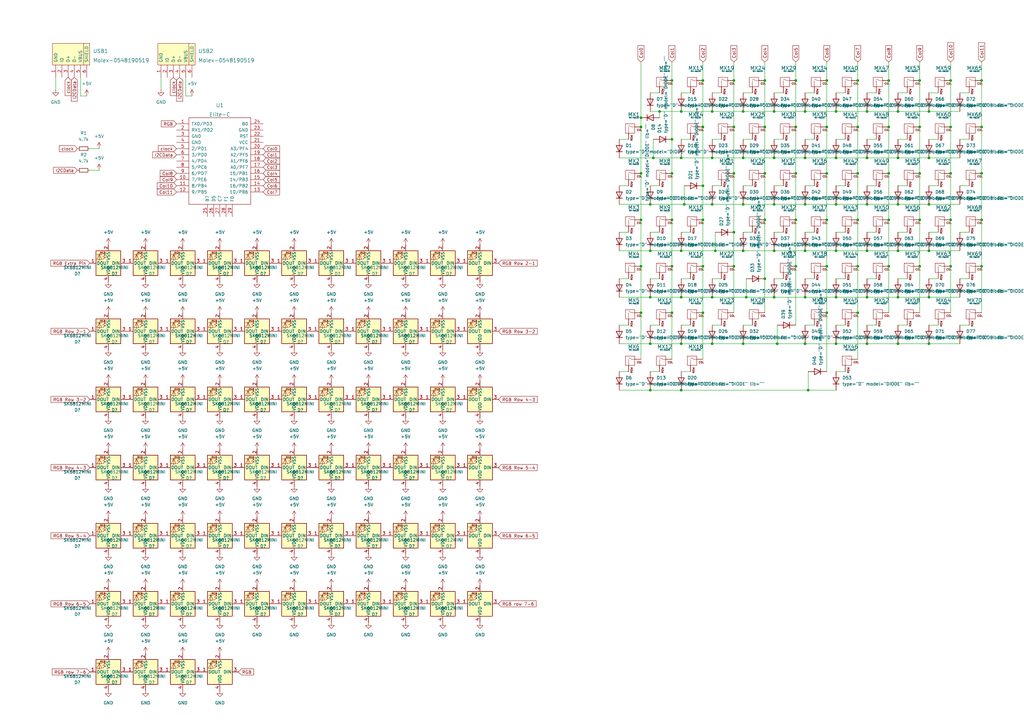
<source format=kicad_sch>
(kicad_sch (version 20211123) (generator eeschema)
  (paper "A3")
  (junction (at 270.51 45.72))
  (junction (at 266.7 102.87))
  (junction (at 292.1 140.97))
  (junction (at 300.99 95.25))
  (junction (at 351.79 52.07))
  (junction (at 275.59 71.12))
  (junction (at 342.9 64.77))
  (junction (at 402.59 71.12))
  (junction (at 292.1 45.72))
  (junction (at 381 140.97))
  (junction (at 339.09 33.02))
  (junction (at 368.3 83.82))
  (junction (at 330.2 45.72))
  (junction (at 266.7 121.92))
  (junction (at 292.1 121.92))
  (junction (at 364.49 90.17))
  (junction (at 313.69 52.07))
  (junction (at 326.39 90.17))
  (junction (at 351.79 90.17))
  (junction (at 330.2 64.77))
  (junction (at 279.4 102.87))
  (junction (at 279.4 45.72))
  (junction (at 368.3 102.87))
  (junction (at 288.29 109.22))
  (junction (at 339.09 109.22))
  (junction (at 330.2 121.92))
  (junction (at 331.47 160.02))
  (junction (at 326.39 33.02))
  (junction (at 279.4 140.97))
  (junction (at 330.2 102.87))
  (junction (at 355.6 64.77))
  (junction (at 326.39 109.22))
  (junction (at 288.29 128.27))
  (junction (at 293.37 102.87))
  (junction (at 267.97 64.77))
  (junction (at 262.89 90.17))
  (junction (at 364.49 71.12))
  (junction (at 317.5 45.72))
  (junction (at 266.7 140.97))
  (junction (at 279.4 64.77))
  (junction (at 275.59 128.27))
  (junction (at 381 83.82))
  (junction (at 292.1 83.82))
  (junction (at 317.5 121.92))
  (junction (at 377.19 33.02))
  (junction (at 262.89 48.26))
  (junction (at 304.8 64.77))
  (junction (at 381 102.87))
  (junction (at 389.89 90.17))
  (junction (at 402.59 52.07))
  (junction (at 342.9 83.82))
  (junction (at 304.8 102.87))
  (junction (at 292.1 64.77))
  (junction (at 355.6 102.87))
  (junction (at 368.3 45.72))
  (junction (at 300.99 71.12))
  (junction (at 402.59 33.02))
  (junction (at 364.49 109.22))
  (junction (at 326.39 52.07))
  (junction (at 368.3 140.97))
  (junction (at 355.6 140.97))
  (junction (at 262.89 128.27))
  (junction (at 377.19 90.17))
  (junction (at 262.89 109.22))
  (junction (at 402.59 90.17))
  (junction (at 317.5 64.77))
  (junction (at 266.7 83.82))
  (junction (at 262.89 71.12))
  (junction (at 389.89 109.22))
  (junction (at 339.09 71.12))
  (junction (at 355.6 45.72))
  (junction (at 342.9 140.97))
  (junction (at 368.3 64.77))
  (junction (at 313.69 33.02))
  (junction (at 288.29 76.2))
  (junction (at 342.9 102.87))
  (junction (at 389.89 52.07))
  (junction (at 355.6 83.82))
  (junction (at 317.5 83.82))
  (junction (at 313.69 114.3))
  (junction (at 342.9 45.72))
  (junction (at 288.29 52.07))
  (junction (at 342.9 121.92))
  (junction (at 275.59 109.22))
  (junction (at 377.19 71.12))
  (junction (at 339.09 52.07))
  (junction (at 364.49 33.02))
  (junction (at 351.79 33.02))
  (junction (at 279.4 160.02))
  (junction (at 326.39 71.12))
  (junction (at 306.07 121.92))
  (junction (at 288.29 90.17))
  (junction (at 280.67 83.82))
  (junction (at 377.19 109.22))
  (junction (at 313.69 90.17))
  (junction (at 330.2 83.82))
  (junction (at 313.69 71.12))
  (junction (at 275.59 57.15))
  (junction (at 351.79 109.22))
  (junction (at 275.59 90.17))
  (junction (at 266.7 160.02))
  (junction (at 330.2 140.97))
  (junction (at 300.99 109.22))
  (junction (at 300.99 33.02))
  (junction (at 364.49 52.07))
  (junction (at 377.19 52.07))
  (junction (at 279.4 121.92))
  (junction (at 389.89 71.12))
  (junction (at 288.29 33.02))
  (junction (at 381 121.92))
  (junction (at 339.09 128.27))
  (junction (at 351.79 71.12))
  (junction (at 275.59 33.02))
  (junction (at 317.5 102.87))
  (junction (at 304.8 83.82))
  (junction (at 351.79 128.27))
  (junction (at 304.8 45.72))
  (junction (at 381 45.72))
  (junction (at 262.89 52.07))
  (junction (at 381 64.77))
  (junction (at 339.09 90.17))
  (junction (at 304.8 140.97))
  (junction (at 318.77 140.97))
  (junction (at 389.89 33.02))
  (junction (at 300.99 52.07))
  (junction (at 368.3 121.92))
  (junction (at 355.6 121.92))
  (junction (at 402.59 109.22))
  (wire (pts (xy 288.29 76.2) (xy 288.29 90.17)))
  (wire (pts (xy 266.7 140.97) (xy 279.4 140.97)))
  (wire (pts (xy 292.1 140.97) (xy 304.8 140.97)))
  (wire (pts (xy 368.3 95.25) (xy 372.11 95.25)))
  (wire (pts (xy 342.9 57.15) (xy 346.71 57.15)))
  (wire (pts (xy 355.6 64.77) (xy 368.3 64.77)))
  (wire (pts (xy 368.3 76.2) (xy 372.11 76.2)))
  (wire (pts (xy 306.07 114.3) (xy 306.07 121.92)))
  (wire (pts (xy 393.7 114.3) (xy 397.51 114.3)))
  (wire (pts (xy 304.8 57.15) (xy 308.61 57.15)))
  (wire (pts (xy 254 133.35) (xy 257.81 133.35)))
  (wire (pts (xy 279.4 45.72) (xy 292.1 45.72)))
  (wire (pts (xy 342.9 114.3) (xy 346.71 114.3)))
  (wire (pts (xy 254 160.02) (xy 266.7 160.02)))
  (wire (pts (xy 351.79 33.02) (xy 351.79 52.07)))
  (wire (pts (xy 266.7 160.02) (xy 279.4 160.02)))
  (wire (pts (xy 368.3 57.15) (xy 372.11 57.15)))
  (wire (pts (xy 304.8 140.97) (xy 318.77 140.97)))
  (wire (pts (xy 288.29 52.07) (xy 288.29 76.2)))
  (wire (pts (xy 330.2 114.3) (xy 334.01 114.3)))
  (wire (pts (xy 351.79 109.22) (xy 351.79 128.27)))
  (wire (pts (xy 393.7 95.25) (xy 397.51 95.25)))
  (wire (pts (xy 266.7 95.25) (xy 270.51 95.25)))
  (wire (pts (xy 288.29 33.02) (xy 288.29 52.07)))
  (wire (pts (xy 293.37 102.87) (xy 304.8 102.87)))
  (wire (pts (xy 254 64.77) (xy 267.97 64.77)))
  (wire (pts (xy 402.59 71.12) (xy 402.59 90.17)))
  (wire (pts (xy 342.9 95.25) (xy 346.71 95.25)))
  (wire (pts (xy 381 64.77) (xy 393.7 64.77)))
  (wire (pts (xy 330.2 140.97) (xy 342.9 140.97)))
  (wire (pts (xy 355.6 83.82) (xy 368.3 83.82)))
  (wire (pts (xy 266.7 83.82) (xy 280.67 83.82)))
  (wire (pts (xy 377.19 33.02) (xy 377.19 52.07)))
  (wire (pts (xy 313.69 114.3) (xy 313.69 128.27)))
  (wire (pts (xy 262.89 71.12) (xy 262.89 90.17)))
  (wire (pts (xy 262.89 109.22) (xy 262.89 128.27)))
  (wire (pts (xy 402.59 90.17) (xy 402.59 109.22)))
  (wire (pts (xy 279.4 133.35) (xy 283.21 133.35)))
  (wire (pts (xy 254 121.92) (xy 266.7 121.92)))
  (wire (pts (xy 355.6 133.35) (xy 359.41 133.35)))
  (wire (pts (xy 292.1 64.77) (xy 304.8 64.77)))
  (wire (pts (xy 262.89 128.27) (xy 262.89 147.32)))
  (wire (pts (xy 275.59 33.02) (xy 275.59 57.15)))
  (wire (pts (xy 292.1 133.35) (xy 295.91 133.35)))
  (wire (pts (xy 339.09 109.22) (xy 339.09 128.27)))
  (wire (pts (xy 317.5 114.3) (xy 321.31 114.3)))
  (wire (pts (xy 339.09 90.17) (xy 339.09 109.22)))
  (wire (pts (xy 355.6 95.25) (xy 359.41 95.25)))
  (wire (pts (xy 317.5 76.2) (xy 321.31 76.2)))
  (wire (pts (xy 262.89 25.4) (xy 262.89 48.26)))
  (wire (pts (xy 342.9 83.82) (xy 355.6 83.82)))
  (wire (pts (xy 279.4 57.15) (xy 283.21 57.15)))
  (wire (pts (xy 330.2 102.87) (xy 342.9 102.87)))
  (wire (pts (xy 300.99 95.25) (xy 300.99 109.22)))
  (wire (pts (xy 381 121.92) (xy 393.7 121.92)))
  (wire (pts (xy 393.7 76.2) (xy 397.51 76.2)))
  (wire (pts (xy 381 45.72) (xy 393.7 45.72)))
  (wire (pts (xy 368.3 83.82) (xy 381 83.82)))
  (wire (pts (xy 389.89 52.07) (xy 389.89 71.12)))
  (wire (pts (xy 364.49 25.4) (xy 364.49 33.02)))
  (wire (pts (xy 326.39 90.17) (xy 326.39 109.22)))
  (wire (pts (xy 254 57.15) (xy 257.81 57.15)))
  (wire (pts (xy 66.04 31.75) (xy 66.04 36.83)))
  (wire (pts (xy 381 114.3) (xy 384.81 114.3)))
  (wire (pts (xy 330.2 121.92) (xy 342.9 121.92)))
  (wire (pts (xy 313.69 90.17) (xy 313.69 114.3)))
  (wire (pts (xy 254 102.87) (xy 266.7 102.87)))
  (wire (pts (xy 402.59 109.22) (xy 402.59 128.27)))
  (wire (pts (xy 330.2 57.15) (xy 334.01 57.15)))
  (wire (pts (xy 330.2 45.72) (xy 342.9 45.72)))
  (wire (pts (xy 304.8 38.1) (xy 308.61 38.1)))
  (wire (pts (xy 377.19 25.4) (xy 377.19 33.02)))
  (wire (pts (xy 381 76.2) (xy 384.81 76.2)))
  (wire (pts (xy 326.39 52.07) (xy 326.39 71.12)))
  (wire (pts (xy 339.09 25.4) (xy 339.09 33.02)))
  (wire (pts (xy 270.51 45.72) (xy 270.51 48.26)))
  (wire (pts (xy 317.5 64.77) (xy 330.2 64.77)))
  (wire (pts (xy 377.19 90.17) (xy 377.19 109.22)))
  (wire (pts (xy 342.9 140.97) (xy 355.6 140.97)))
  (wire (pts (xy 313.69 71.12) (xy 313.69 90.17)))
  (wire (pts (xy 342.9 45.72) (xy 355.6 45.72)))
  (wire (pts (xy 313.69 25.4) (xy 313.69 33.02)))
  (wire (pts (xy 339.09 33.02) (xy 339.09 52.07)))
  (wire (pts (xy 326.39 109.22) (xy 326.39 133.35)))
  (wire (pts (xy 381 57.15) (xy 384.81 57.15)))
  (wire (pts (xy 368.3 121.92) (xy 381 121.92)))
  (wire (pts (xy 342.9 38.1) (xy 346.71 38.1)))
  (wire (pts (xy 36.83 69.85) (xy 40.64 69.85)))
  (wire (pts (xy 355.6 102.87) (xy 368.3 102.87)))
  (wire (pts (xy 275.59 128.27) (xy 275.59 147.32)))
  (wire (pts (xy 304.8 102.87) (xy 317.5 102.87)))
  (wire (pts (xy 389.89 90.17) (xy 389.89 109.22)))
  (wire (pts (xy 254 76.2) (xy 257.81 76.2)))
  (wire (pts (xy 364.49 90.17) (xy 364.49 109.22)))
  (wire (pts (xy 318.77 133.35) (xy 318.77 140.97)))
  (wire (pts (xy 22.86 31.75) (xy 22.86 36.83)))
  (wire (pts (xy 368.3 114.3) (xy 372.11 114.3)))
  (wire (pts (xy 304.8 45.72) (xy 317.5 45.72)))
  (wire (pts (xy 389.89 25.4) (xy 389.89 33.02)))
  (wire (pts (xy 381 83.82) (xy 393.7 83.82)))
  (wire (pts (xy 280.67 83.82) (xy 292.1 83.82)))
  (wire (pts (xy 339.09 52.07) (xy 339.09 71.12)))
  (wire (pts (xy 381 140.97) (xy 393.7 140.97)))
  (wire (pts (xy 254 114.3) (xy 257.81 114.3)))
  (wire (pts (xy 326.39 25.4) (xy 326.39 33.02)))
  (wire (pts (xy 317.5 57.15) (xy 321.31 57.15)))
  (wire (pts (xy 355.6 57.15) (xy 359.41 57.15)))
  (wire (pts (xy 262.89 90.17) (xy 262.89 109.22)))
  (wire (pts (xy 266.7 152.4) (xy 270.51 152.4)))
  (wire (pts (xy 33.02 39.37) (xy 35.56 39.37)))
  (wire (pts (xy 330.2 38.1) (xy 334.01 38.1)))
  (wire (pts (xy 351.79 90.17) (xy 351.79 109.22)))
  (wire (pts (xy 368.3 64.77) (xy 381 64.77)))
  (wire (pts (xy 351.79 128.27) (xy 351.79 147.32)))
  (wire (pts (xy 402.59 33.02) (xy 402.59 52.07)))
  (wire (pts (xy 76.2 39.37) (xy 78.74 39.37)))
  (wire (pts (xy 300.99 52.07) (xy 300.99 71.12)))
  (wire (pts (xy 393.7 57.15) (xy 397.51 57.15)))
  (wire (pts (xy 304.8 133.35) (xy 308.61 133.35)))
  (wire (pts (xy 266.7 76.2) (xy 270.51 76.2)))
  (wire (pts (xy 381 38.1) (xy 384.81 38.1)))
  (wire (pts (xy 330.2 95.25) (xy 334.01 95.25)))
  (wire (pts (xy 292.1 114.3) (xy 295.91 114.3)))
  (wire (pts (xy 279.4 95.25) (xy 283.21 95.25)))
  (wire (pts (xy 355.6 45.72) (xy 368.3 45.72)))
  (wire (pts (xy 270.51 45.72) (xy 279.4 45.72)))
  (wire (pts (xy 267.97 64.77) (xy 279.4 64.77)))
  (wire (pts (xy 330.2 76.2) (xy 334.01 76.2)))
  (wire (pts (xy 393.7 133.35) (xy 397.51 133.35)))
  (wire (pts (xy 330.2 64.77) (xy 342.9 64.77)))
  (wire (pts (xy 266.7 121.92) (xy 279.4 121.92)))
  (wire (pts (xy 342.9 64.77) (xy 355.6 64.77)))
  (wire (pts (xy 368.3 140.97) (xy 381 140.97)))
  (wire (pts (xy 279.4 121.92) (xy 292.1 121.92)))
  (wire (pts (xy 368.3 38.1) (xy 372.11 38.1)))
  (wire (pts (xy 355.6 76.2) (xy 359.41 76.2)))
  (wire (pts (xy 275.59 109.22) (xy 275.59 128.27)))
  (wire (pts (xy 381 133.35) (xy 384.81 133.35)))
  (wire (pts (xy 275.59 90.17) (xy 275.59 109.22)))
  (wire (pts (xy 342.9 102.87) (xy 355.6 102.87)))
  (wire (pts (xy 339.09 128.27) (xy 339.09 152.4)))
  (wire (pts (xy 254 83.82) (xy 266.7 83.82)))
  (wire (pts (xy 342.9 152.4) (xy 346.71 152.4)))
  (wire (pts (xy 364.49 33.02) (xy 364.49 52.07)))
  (wire (pts (xy 389.89 33.02) (xy 389.89 52.07)))
  (wire (pts (xy 288.29 90.17) (xy 288.29 109.22)))
  (wire (pts (xy 306.07 121.92) (xy 317.5 121.92)))
  (wire (pts (xy 402.59 52.07) (xy 402.59 71.12)))
  (wire (pts (xy 76.2 31.75) (xy 76.2 39.37)))
  (wire (pts (xy 351.79 71.12) (xy 351.79 90.17)))
  (wire (pts (xy 304.8 76.2) (xy 308.61 76.2)))
  (wire (pts (xy 288.29 109.22) (xy 288.29 128.27)))
  (wire (pts (xy 292.1 76.2) (xy 295.91 76.2)))
  (wire (pts (xy 280.67 76.2) (xy 280.67 83.82)))
  (wire (pts (xy 266.7 45.72) (xy 270.51 45.72)))
  (wire (pts (xy 381 102.87) (xy 393.7 102.87)))
  (wire (pts (xy 364.49 52.07) (xy 364.49 71.12)))
  (wire (pts (xy 254 140.97) (xy 266.7 140.97)))
  (wire (pts (xy 368.3 102.87) (xy 381 102.87)))
  (wire (pts (xy 368.3 45.72) (xy 381 45.72)))
  (wire (pts (xy 300.99 33.02) (xy 300.99 52.07)))
  (wire (pts (xy 254 152.4) (xy 257.81 152.4)))
  (wire (pts (xy 304.8 83.82) (xy 317.5 83.82)))
  (wire (pts (xy 317.5 102.87) (xy 330.2 102.87)))
  (wire (pts (xy 339.09 71.12) (xy 339.09 90.17)))
  (wire (pts (xy 389.89 71.12) (xy 389.89 90.17)))
  (wire (pts (xy 342.9 121.92) (xy 355.6 121.92)))
  (wire (pts (xy 351.79 25.4) (xy 351.79 33.02)))
  (wire (pts (xy 351.79 52.07) (xy 351.79 71.12)))
  (wire (pts (xy 266.7 102.87) (xy 279.4 102.87)))
  (wire (pts (xy 331.47 152.4) (xy 331.47 160.02)))
  (wire (pts (xy 330.2 133.35) (xy 334.01 133.35)))
  (wire (pts (xy 355.6 38.1) (xy 359.41 38.1)))
  (wire (pts (xy 364.49 71.12) (xy 364.49 90.17)))
  (wire (pts (xy 33.02 31.75) (xy 33.02 39.37)))
  (wire (pts (xy 279.4 160.02) (xy 331.47 160.02)))
  (wire (pts (xy 292.1 38.1) (xy 295.91 38.1)))
  (wire (pts (xy 254 95.25) (xy 257.81 95.25)))
  (wire (pts (xy 355.6 121.92) (xy 368.3 121.92)))
  (wire (pts (xy 317.5 38.1) (xy 321.31 38.1)))
  (wire (pts (xy 266.7 133.35) (xy 270.51 133.35)))
  (wire (pts (xy 279.4 38.1) (xy 283.21 38.1)))
  (wire (pts (xy 317.5 45.72) (xy 330.2 45.72)))
  (wire (pts (xy 279.4 64.77) (xy 292.1 64.77)))
  (wire (pts (xy 36.83 60.96) (xy 40.64 60.96)))
  (wire (pts (xy 393.7 38.1) (xy 397.51 38.1)))
  (wire (pts (xy 293.37 95.25) (xy 293.37 102.87)))
  (wire (pts (xy 266.7 38.1) (xy 270.51 38.1)))
  (wire (pts (xy 275.59 25.4) (xy 275.59 33.02)))
  (wire (pts (xy 292.1 57.15) (xy 295.91 57.15)))
  (wire (pts (xy 317.5 83.82) (xy 330.2 83.82)))
  (wire (pts (xy 292.1 83.82) (xy 304.8 83.82)))
  (wire (pts (xy 262.89 48.26) (xy 262.89 52.07)))
  (wire (pts (xy 313.69 52.07) (xy 313.69 71.12)))
  (wire (pts (xy 330.2 83.82) (xy 342.9 83.82)))
  (wire (pts (xy 262.89 52.07) (xy 262.89 71.12)))
  (wire (pts (xy 288.29 128.27) (xy 288.29 147.32)))
  (wire (pts (xy 364.49 109.22) (xy 364.49 128.27)))
  (wire (pts (xy 331.47 160.02) (xy 342.9 160.02)))
  (wire (pts (xy 267.97 57.15) (xy 267.97 64.77)))
  (wire (pts (xy 377.19 52.07) (xy 377.19 71.12)))
  (wire (pts (xy 300.99 25.4) (xy 300.99 33.02)))
  (wire (pts (xy 288.29 25.4) (xy 288.29 33.02)))
  (wire (pts (xy 292.1 121.92) (xy 306.07 121.92)))
  (wire (pts (xy 266.7 114.3) (xy 270.51 114.3)))
  (wire (pts (xy 355.6 114.3) (xy 359.41 114.3)))
  (wire (pts (xy 313.69 33.02) (xy 313.69 52.07)))
  (wire (pts (xy 342.9 76.2) (xy 346.71 76.2)))
  (wire (pts (xy 300.99 109.22) (xy 300.99 128.27)))
  (wire (pts (xy 275.59 71.12) (xy 275.59 90.17)))
  (wire (pts (xy 326.39 33.02) (xy 326.39 52.07)))
  (wire (pts (xy 377.19 109.22) (xy 377.19 128.27)))
  (wire (pts (xy 279.4 140.97) (xy 292.1 140.97)))
  (wire (pts (xy 304.8 95.25) (xy 308.61 95.25)))
  (wire (pts (xy 292.1 45.72) (xy 304.8 45.72)))
  (wire (pts (xy 279.4 114.3) (xy 283.21 114.3)))
  (wire (pts (xy 300.99 71.12) (xy 300.99 95.25)))
  (wire (pts (xy 368.3 133.35) (xy 372.11 133.35)))
  (wire (pts (xy 279.4 152.4) (xy 283.21 152.4)))
  (wire (pts (xy 275.59 57.15) (xy 275.59 71.12)))
  (wire (pts (xy 279.4 102.87) (xy 293.37 102.87)))
  (wire (pts (xy 355.6 140.97) (xy 368.3 140.97)))
  (wire (pts (xy 326.39 71.12) (xy 326.39 90.17)))
  (wire (pts (xy 381 95.25) (xy 384.81 95.25)))
  (wire (pts (xy 402.59 25.4) (xy 402.59 33.02)))
  (wire (pts (xy 317.5 121.92) (xy 330.2 121.92)))
  (wire (pts (xy 342.9 133.35) (xy 346.71 133.35)))
  (wire (pts (xy 377.19 71.12) (xy 377.19 90.17)))
  (wire (pts (xy 317.5 95.25) (xy 321.31 95.25)))
  (wire (pts (xy 304.8 64.77) (xy 317.5 64.77)))
  (wire (pts (xy 389.89 109.22) (xy 389.89 128.27)))
  (wire (pts (xy 318.77 140.97) (xy 330.2 140.97)))
  (global_label "clock" (shape input) (at 71.12 31.75 270) (property "Intersheet References" "${INTERSHEET_REFS}" (effects hide)))
  (global_label "RGB Row 6-5" (shape input) (at 204.47 219.71 0) (property "Intersheet References" "${INTERSHEET_REFS}" (effects hide)))
  (global_label "Col10" (shape input) (at 72.39 76.2 180) (property "Intersheet References" "${INTERSHEET_REFS}" (effects hide)))
  (global_label "Col8" (shape input) (at 72.39 71.12 180) (property "Intersheet References" "${INTERSHEET_REFS}" (effects hide)))
  (global_label "Col9" (shape input) (at 72.39 73.66 180) (property "Intersheet References" "${INTERSHEET_REFS}" (effects hide)))
  (global_label "Col11" (shape input) (at 72.39 78.74 180) (property "Intersheet References" "${INTERSHEET_REFS}" (effects hide)))
  (global_label "Col0" (shape input) (at 107.95 60.96 0) (property "Intersheet References" "${INTERSHEET_REFS}" (effects hide)))
  (global_label "clock" (shape input) (at 31.75 60.96 180) (property "Intersheet References" "${INTERSHEET_REFS}" (effects hide)))
  (global_label "RGB Extra Pin" (shape input) (at 36.83 107.95 180) (property "Intersheet References" "${INTERSHEET_REFS}" (effects hide)))
  (global_label "RGB row 7-6" (shape input) (at 36.83 275.59 180) (property "Intersheet References" "${INTERSHEET_REFS}" (effects hide)))
  (global_label "I2CData" (shape input) (at 30.48 31.75 270) (property "Intersheet References" "${INTERSHEET_REFS}" (effects hide)))
  (global_label "RGB Row 4-3" (shape input) (at 36.83 191.77 180) (property "Intersheet References" "${INTERSHEET_REFS}" (effects hide)))
  (global_label "Col5" (shape input) (at 326.39 25.4 90) (property "Intersheet References" "${INTERSHEET_REFS}" (effects hide)))
  (global_label "RGB Row 3-2" (shape input) (at 36.83 163.83 180) (property "Intersheet References" "${INTERSHEET_REFS}" (effects hide)))
  (global_label "Col11" (shape input) (at 402.59 25.4 90) (property "Intersheet References" "${INTERSHEET_REFS}" (effects hide)))
  (global_label "Col1" (shape input) (at 275.59 25.4 90) (property "Intersheet References" "${INTERSHEET_REFS}" (effects hide)))
  (global_label "Col4" (shape input) (at 313.69 25.4 90) (property "Intersheet References" "${INTERSHEET_REFS}" (effects hide)))
  (global_label "clock" (shape input) (at 72.39 60.96 180) (property "Intersheet References" "${INTERSHEET_REFS}" (effects hide)))
  (global_label "RGB Row 4-3" (shape input) (at 204.47 163.83 0) (property "Intersheet References" "${INTERSHEET_REFS}" (effects hide)))
  (global_label "RGB Row 5-4" (shape input) (at 36.83 219.71 180) (property "Intersheet References" "${INTERSHEET_REFS}" (effects hide)))
  (global_label "RGB Row 6-5" (shape input) (at 36.83 247.65 180) (property "Intersheet References" "${INTERSHEET_REFS}" (effects hide)))
  (global_label "RGB Row 2-1" (shape input) (at 36.83 135.89 180) (property "Intersheet References" "${INTERSHEET_REFS}" (effects hide)))
  (global_label "Col3" (shape input) (at 300.99 25.4 90) (property "Intersheet References" "${INTERSHEET_REFS}" (effects hide)))
  (global_label "Col0" (shape input) (at 262.89 25.4 90) (property "Intersheet References" "${INTERSHEET_REFS}" (effects hide)))
  (global_label "Col7" (shape input) (at 107.95 78.74 0) (property "Intersheet References" "${INTERSHEET_REFS}" (effects hide)))
  (global_label "RGB" (shape input) (at 97.79 275.59 0) (property "Intersheet References" "${INTERSHEET_REFS}" (effects hide)))
  (global_label "Col7" (shape input) (at 351.79 25.4 90) (property "Intersheet References" "${INTERSHEET_REFS}" (effects hide)))
  (global_label "RGB" (shape input) (at 72.39 50.8 180) (property "Intersheet References" "${INTERSHEET_REFS}" (effects hide)))
  (global_label "Col4" (shape input) (at 107.95 71.12 0) (property "Intersheet References" "${INTERSHEET_REFS}" (effects hide)))
  (global_label "RGB Row 3-2" (shape input) (at 204.47 135.89 0) (property "Intersheet References" "${INTERSHEET_REFS}" (effects hide)))
  (global_label "RGB Row 5-4" (shape input) (at 204.47 191.77 0) (property "Intersheet References" "${INTERSHEET_REFS}" (effects hide)))
  (global_label "Col8" (shape input) (at 364.49 25.4 90) (property "Intersheet References" "${INTERSHEET_REFS}" (effects hide)))
  (global_label "I2CData" (shape input) (at 72.39 63.5 180) (property "Intersheet References" "${INTERSHEET_REFS}" (effects hide)))
  (global_label "Col9" (shape input) (at 377.19 25.4 90) (property "Intersheet References" "${INTERSHEET_REFS}" (effects hide)))
  (global_label "Col5" (shape input) (at 107.95 73.66 0) (property "Intersheet References" "${INTERSHEET_REFS}" (effects hide)))
  (global_label "Col6" (shape input) (at 339.09 25.4 90) (property "Intersheet References" "${INTERSHEET_REFS}" (effects hide)))
  (global_label "Col2" (shape input) (at 107.95 66.04 0) (property "Intersheet References" "${INTERSHEET_REFS}" (effects hide)))
  (global_label "Col6" (shape input) (at 107.95 76.2 0) (property "Intersheet References" "${INTERSHEET_REFS}" (effects hide)))
  (global_label "Col2" (shape input) (at 288.29 25.4 90) (property "Intersheet References" "${INTERSHEET_REFS}" (effects hide)))
  (global_label "Col1" (shape input) (at 107.95 63.5 0) (property "Intersheet References" "${INTERSHEET_REFS}" (effects hide)))
  (global_label "I2CData" (shape input) (at 73.66 31.75 270) (property "Intersheet References" "${INTERSHEET_REFS}" (effects hide)))
  (global_label "Col3" (shape input) (at 107.95 68.58 0) (property "Intersheet References" "${INTERSHEET_REFS}" (effects hide)))
  (global_label "RGB row 7-6" (shape input) (at 204.47 247.65 0) (property "Intersheet References" "${INTERSHEET_REFS}" (effects hide)))
  (global_label "I2CData" (shape input) (at 31.75 69.85 180) (property "Intersheet References" "${INTERSHEET_REFS}" (effects hide)))
  (global_label "RGB Row 2-1" (shape input) (at 204.47 107.95 0) (property "Intersheet References" "${INTERSHEET_REFS}" (effects hide)))
  (global_label "clock" (shape input) (at 27.94 31.75 270) (property "Intersheet References" "${INTERSHEET_REFS}" (effects hide)))
  (global_label "Col10" (shape input) (at 389.89 25.4 90) (property "Intersheet References" "${INTERSHEET_REFS}" (effects hide)))
  (symbol (lib_id "power:+5V") (at 196.85 212.09 0) (unit 1)
    (property "Reference" "#PWR?" (effects hide))
    (property "Value" "+5V" (at 196.85 207.01 0))
  )
  (symbol (lib_id "Simulation_SPICE:DIODE") (at 292.1 60.96 270) (unit 1)
    (property "Reference" "D23" (at 294.64 59.6899 90) (effects (justify left)))
    (property "Value" "DIODE" (at 294.64 62.2299 90) (effects (justify left)))
    (property "Footprint" "Keebio-Parts:Diode-dual" (effects hide))
    (property "Spice_Netlist_Enabled" "Y" (effects hide))
    (property "Spice_Primitive" "D" (effects hide))
  )
  (symbol (lib_id "MX_Alps_Hybrid:MX-NoLED") (at 297.18 110.49 0) (unit 1)
    (property "Reference" "MX22" (at 298.0656 104.14 0) (effects (font (size 1.524 1.524))))
    (property "Value" "MX-NoLED" (at 298.0656 105.41 0) (effects (font (size 0.508 0.508))))
    (property "Footprint" "MX_Alps_Hybrid:MX-1U-NoLED" (effects hide))
  )
  (symbol (lib_id "LED:SK6812MINI") (at 90.17 247.65 180) (unit 1)
    (property "Reference" "D?" (at 77.47 251.9807 0))
    (property "Value" "SK6812MINI" (at 77.47 249.4407 0))
    (property "Footprint" "LED_SMD:LED_SK6812MINI_PLCC4_3.5x3.5mm_P1.75mm" (effects hide))
    (property "Datasheet" "https://cdn-shop.adafruit.com/product-files/2686/SK6812MINI_REV.01-1-2.pdf" (effects hide))
  )
  (symbol (lib_id "power:+5V") (at 166.37 128.27 0) (unit 1)
    (property "Reference" "#PWR?" (effects hide))
    (property "Value" "+5V" (at 166.37 123.19 0))
  )
  (symbol (lib_id "power:GND") (at 135.89 115.57 0) (unit 1)
    (property "Reference" "#PWR?" (effects hide))
    (property "Value" "GND" (at 135.89 120.65 0))
  )
  (symbol (lib_id "power:+5V") (at 135.89 100.33 0) (unit 1)
    (property "Reference" "#PWR?" (effects hide))
    (property "Value" "+5V" (at 135.89 95.25 0))
  )
  (symbol (lib_id "power:GND") (at 135.89 143.51 0) (unit 1)
    (property "Reference" "#PWR?" (effects hide))
    (property "Value" "GND" (at 135.89 148.59 0))
  )
  (symbol (lib_id "power:+5V") (at 151.13 156.21 0) (unit 1)
    (property "Reference" "#PWR?" (effects hide))
    (property "Value" "+5V" (at 151.13 151.13 0))
  )
  (symbol (lib_id "Simulation_SPICE:DIODE") (at 381 60.96 270) (unit 1)
    (property "Reference" "D67" (at 383.54 59.6899 90) (effects (justify left)))
    (property "Value" "DIODE" (at 383.54 62.2299 90) (effects (justify left)))
    (property "Footprint" "Keebio-Parts:Diode-dual" (effects hide))
    (property "Spice_Netlist_Enabled" "Y" (effects hide))
    (property "Spice_Primitive" "D" (effects hide))
  )
  (symbol (lib_id "Simulation_SPICE:DIODE") (at 304.8 137.16 270) (unit 1)
    (property "Reference" "D32" (at 307.34 135.8899 90) (effects (justify left)))
    (property "Value" "DIODE" (at 307.34 138.4299 90) (effects (justify left)))
    (property "Footprint" "Keebio-Parts:Diode-dual" (effects hide))
    (property "Spice_Netlist_Enabled" "Y" (effects hide))
    (property "Spice_Primitive" "D" (effects hide))
  )
  (symbol (lib_id "LED:SK6812MINI") (at 196.85 191.77 180) (unit 1)
    (property "Reference" "D?" (at 184.15 196.1007 0))
    (property "Value" "SK6812MINI" (at 184.15 193.5607 0))
    (property "Footprint" "LED_SMD:LED_SK6812MINI_PLCC4_3.5x3.5mm_P1.75mm" (effects hide))
    (property "Datasheet" "https://cdn-shop.adafruit.com/product-files/2686/SK6812MINI_REV.01-1-2.pdf" (effects hide))
  )
  (symbol (lib_id "Simulation_SPICE:DIODE") (at 304.8 60.96 270) (unit 1)
    (property "Reference" "D29" (at 307.34 59.6899 90) (effects (justify left)))
    (property "Value" "DIODE" (at 307.34 62.2299 90) (effects (justify left)))
    (property "Footprint" "Keebio-Parts:Diode-dual" (effects hide))
    (property "Spice_Netlist_Enabled" "Y" (effects hide))
    (property "Spice_Primitive" "D" (effects hide))
  )
  (symbol (lib_id "LED:SK6812MINI") (at 135.89 107.95 180) (unit 1)
    (property "Reference" "D?" (at 123.19 112.2807 0))
    (property "Value" "SK6812MINI" (at 123.19 109.7407 0))
    (property "Footprint" "LED_SMD:LED_SK6812MINI_PLCC4_3.5x3.5mm_P1.75mm" (effects hide))
    (property "Datasheet" "https://cdn-shop.adafruit.com/product-files/2686/SK6812MINI_REV.01-1-2.pdf" (effects hide))
  )
  (symbol (lib_id "LED:SK6812MINI") (at 181.61 219.71 180) (unit 1)
    (property "Reference" "D?" (at 168.91 224.0407 0))
    (property "Value" "SK6812MINI" (at 168.91 221.5007 0))
    (property "Footprint" "LED_SMD:LED_SK6812MINI_PLCC4_3.5x3.5mm_P1.75mm" (effects hide))
    (property "Datasheet" "https://cdn-shop.adafruit.com/product-files/2686/SK6812MINI_REV.01-1-2.pdf" (effects hide))
  )
  (symbol (lib_id "LED:SK6812MINI") (at 44.45 247.65 180) (unit 1)
    (property "Reference" "D?" (at 31.75 251.9807 0))
    (property "Value" "SK6812MINI" (at 31.75 249.4407 0))
    (property "Footprint" "LED_SMD:LED_SK6812MINI_PLCC4_3.5x3.5mm_P1.75mm" (effects hide))
    (property "Datasheet" "https://cdn-shop.adafruit.com/product-files/2686/SK6812MINI_REV.01-1-2.pdf" (effects hide))
  )
  (symbol (lib_id "LED:SK6812MINI") (at 151.13 219.71 180) (unit 1)
    (property "Reference" "D?" (at 138.43 224.0407 0))
    (property "Value" "SK6812MINI" (at 138.43 221.5007 0))
    (property "Footprint" "LED_SMD:LED_SK6812MINI_PLCC4_3.5x3.5mm_P1.75mm" (effects hide))
    (property "Datasheet" "https://cdn-shop.adafruit.com/product-files/2686/SK6812MINI_REV.01-1-2.pdf" (effects hide))
  )
  (symbol (lib_id "power:+5V") (at 135.89 128.27 0) (unit 1)
    (property "Reference" "#PWR?" (effects hide))
    (property "Value" "+5V" (at 135.89 123.19 0))
  )
  (symbol (lib_id "Simulation_SPICE:DIODE") (at 393.7 99.06 270) (unit 1)
    (property "Reference" "D75" (at 396.24 97.7899 90) (effects (justify left)))
    (property "Value" "DIODE" (at 396.24 100.3299 90) (effects (justify left)))
    (property "Footprint" "Keebio-Parts:Diode-dual" (effects hide))
    (property "Spice_Netlist_Enabled" "Y" (effects hide))
    (property "Spice_Primitive" "D" (effects hide))
  )
  (symbol (lib_id "power:+5V") (at 35.56 39.37 0) (unit 1)
    (property "Reference" "#PWR02" (effects hide))
    (property "Value" "+5V" (at 35.56 34.29 0))
  )
  (symbol (lib_id "Simulation_SPICE:DIODE") (at 381 118.11 270) (unit 1)
    (property "Reference" "D70" (at 383.54 116.8399 90) (effects (justify left)))
    (property "Value" "DIODE" (at 383.54 119.3799 90) (effects (justify left)))
    (property "Footprint" "Keebio-Parts:Diode-dual" (effects hide))
    (property "Spice_Netlist_Enabled" "Y" (effects hide))
    (property "Spice_Primitive" "D" (effects hide))
  )
  (symbol (lib_id "power:GND") (at 181.61 199.39 0) (unit 1)
    (property "Reference" "#PWR?" (effects hide))
    (property "Value" "GND" (at 181.61 204.47 0))
  )
  (symbol (lib_id "power:+5V") (at 181.61 212.09 0) (unit 1)
    (property "Reference" "#PWR?" (effects hide))
    (property "Value" "+5V" (at 181.61 207.01 0))
  )
  (symbol (lib_id "Simulation_SPICE:DIODE") (at 266.7 137.16 270) (unit 1)
    (property "Reference" "D12" (at 269.24 135.8899 90) (effects (justify left)))
    (property "Value" "DIODE" (at 269.24 138.4299 90) (effects (justify left)))
    (property "Footprint" "Keebio-Parts:Diode-dual" (effects hide))
    (property "Spice_Netlist_Enabled" "Y" (effects hide))
    (property "Spice_Primitive" "D" (effects hide))
  )
  (symbol (lib_id "Simulation_SPICE:DIODE") (at 381 137.16 270) (unit 1)
    (property "Reference" "D71" (at 383.54 135.8899 90) (effects (justify left)))
    (property "Value" "DIODE" (at 383.54 138.4299 90) (effects (justify left)))
    (property "Footprint" "Keebio-Parts:Diode-dual" (effects hide))
    (property "Spice_Netlist_Enabled" "Y" (effects hide))
    (property "Spice_Primitive" "D" (effects hide))
  )
  (symbol (lib_id "power:GND") (at 59.69 115.57 0) (unit 1)
    (property "Reference" "#PWR?" (effects hide))
    (property "Value" "GND" (at 59.69 120.65 0))
  )
  (symbol (lib_id "power:+5V") (at 59.69 100.33 0) (unit 1)
    (property "Reference" "#PWR?" (effects hide))
    (property "Value" "+5V" (at 59.69 95.25 0))
  )
  (symbol (lib_id "Simulation_SPICE:DIODE") (at 292.1 41.91 270) (unit 1)
    (property "Reference" "D22" (at 294.64 40.6399 90) (effects (justify left)))
    (property "Value" "DIODE" (at 294.64 43.1799 90) (effects (justify left)))
    (property "Footprint" "Keebio-Parts:Diode-dual" (effects hide))
    (property "Spice_Netlist_Enabled" "Y" (effects hide))
    (property "Spice_Primitive" "D" (effects hide))
  )
  (symbol (lib_id "LED:SK6812MINI") (at 90.17 275.59 180) (unit 1)
    (property "Reference" "D?" (at 77.47 279.9207 0))
    (property "Value" "SK6812MINI" (at 77.47 277.3807 0))
    (property "Footprint" "LED_SMD:LED_SK6812MINI_PLCC4_3.5x3.5mm_P1.75mm" (effects hide))
    (property "Datasheet" "https://cdn-shop.adafruit.com/product-files/2686/SK6812MINI_REV.01-1-2.pdf" (effects hide))
  )
  (symbol (lib_id "Device:R_Small") (at 34.29 60.96 90) (unit 1)
    (property "Reference" "R1" (at 34.29 54.61 90))
    (property "Value" "4.7k" (at 34.29 57.15 90))
    (property "Footprint" "Resistor_THT:R_Axial_DIN0204_L3.6mm_D1.6mm_P1.90mm_Vertical" (effects hide))
  )
  (symbol (lib_id "power:+5V") (at 105.41 100.33 0) (unit 1)
    (property "Reference" "#PWR?" (effects hide))
    (property "Value" "+5V" (at 105.41 95.25 0))
  )
  (symbol (lib_id "power:+5V") (at 59.69 184.15 0) (unit 1)
    (property "Reference" "#PWR?" (effects hide))
    (property "Value" "+5V" (at 59.69 179.07 0))
  )
  (symbol (lib_id "power:+5V") (at 166.37 240.03 0) (unit 1)
    (property "Reference" "#PWR?" (effects hide))
    (property "Value" "+5V" (at 166.37 234.95 0))
  )
  (symbol (lib_id "power:GND") (at 105.41 171.45 0) (unit 1)
    (property "Reference" "#PWR?" (effects hide))
    (property "Value" "GND" (at 105.41 176.53 0))
  )
  (symbol (lib_id "Simulation_SPICE:DIODE") (at 330.2 41.91 270) (unit 1)
    (property "Reference" "D40" (at 332.74 40.6399 90) (effects (justify left)))
    (property "Value" "DIODE" (at 332.74 43.1799 90) (effects (justify left)))
    (property "Footprint" "Keebio-Parts:Diode-dual" (effects hide))
    (property "Spice_Netlist_Enabled" "Y" (effects hide))
    (property "Spice_Primitive" "D" (effects hide))
  )
  (symbol (lib_id "power:GND") (at 196.85 143.51 0) (unit 1)
    (property "Reference" "#PWR?" (effects hide))
    (property "Value" "GND" (at 196.85 148.59 0))
  )
  (symbol (lib_id "MX_Alps_Hybrid:MX-NoLED") (at 284.48 34.29 0) (unit 1)
    (property "Reference" "MX13" (at 285.3656 27.94 0) (effects (font (size 1.524 1.524))))
    (property "Value" "MX-NoLED" (at 285.3656 29.21 0) (effects (font (size 0.508 0.508))))
    (property "Footprint" "MX_Alps_Hybrid:MX-1U-NoLED" (effects hide))
  )
  (symbol (lib_id "power:GND") (at 135.89 227.33 0) (unit 1)
    (property "Reference" "#PWR?" (effects hide))
    (property "Value" "GND" (at 135.89 232.41 0))
  )
  (symbol (lib_id "MX_Alps_Hybrid:MX-NoLED") (at 271.78 34.29 0) (unit 1)
    (property "Reference" "MX7" (at 272.6656 27.94 0) (effects (font (size 1.524 1.524))))
    (property "Value" "MX-NoLED" (at 272.6656 29.21 0) (effects (font (size 0.508 0.508))))
    (property "Footprint" "MX_Alps_Hybrid:MX-1U-NoLED" (effects hide))
  )
  (symbol (lib_id "power:+5V") (at 151.13 240.03 0) (unit 1)
    (property "Reference" "#PWR?" (effects hide))
    (property "Value" "+5V" (at 151.13 234.95 0))
  )
  (symbol (lib_id "power:+5V") (at 181.61 184.15 0) (unit 1)
    (property "Reference" "#PWR?" (effects hide))
    (property "Value" "+5V" (at 181.61 179.07 0))
  )
  (symbol (lib_id "Simulation_SPICE:DIODE") (at 355.6 99.06 270) (unit 1)
    (property "Reference" "D57" (at 358.14 97.7899 90) (effects (justify left)))
    (property "Value" "DIODE" (at 358.14 100.3299 90) (effects (justify left)))
    (property "Footprint" "Keebio-Parts:Diode-dual" (effects hide))
    (property "Spice_Netlist_Enabled" "Y" (effects hide))
    (property "Spice_Primitive" "D" (effects hide))
  )
  (symbol (lib_id "LED:SK6812MINI") (at 59.69 163.83 180) (unit 1)
    (property "Reference" "D?" (at 46.99 168.1607 0))
    (property "Value" "SK6812MINI" (at 46.99 165.6207 0))
    (property "Footprint" "LED_SMD:LED_SK6812MINI_PLCC4_3.5x3.5mm_P1.75mm" (effects hide))
    (property "Datasheet" "https://cdn-shop.adafruit.com/product-files/2686/SK6812MINI_REV.01-1-2.pdf" (effects hide))
  )
  (symbol (lib_id "power:+5V") (at 44.45 156.21 0) (unit 1)
    (property "Reference" "#PWR?" (effects hide))
    (property "Value" "+5V" (at 44.45 151.13 0))
  )
  (symbol (lib_id "LED:SK6812MINI") (at 135.89 191.77 180) (unit 1)
    (property "Reference" "D?" (at 123.19 196.1007 0))
    (property "Value" "SK6812MINI" (at 123.19 193.5607 0))
    (property "Footprint" "LED_SMD:LED_SK6812MINI_PLCC4_3.5x3.5mm_P1.75mm" (effects hide))
    (property "Datasheet" "https://cdn-shop.adafruit.com/product-files/2686/SK6812MINI_REV.01-1-2.pdf" (effects hide))
  )
  (symbol (lib_id "Simulation_SPICE:DIODE") (at 304.8 41.91 270) (unit 1)
    (property "Reference" "D28" (at 307.34 40.6399 90) (effects (justify left)))
    (property "Value" "DIODE" (at 307.34 43.1799 90) (effects (justify left)))
    (property "Footprint" "Keebio-Parts:Diode-dual" (effects hide))
    (property "Spice_Netlist_Enabled" "Y" (effects hide))
    (property "Spice_Primitive" "D" (effects hide))
  )
  (symbol (lib_id "power:GND") (at 44.45 255.27 0) (unit 1)
    (property "Reference" "#PWR?" (effects hide))
    (property "Value" "GND" (at 44.45 260.35 0))
  )
  (symbol (lib_id "MX_Alps_Hybrid:MX-NoLED") (at 335.28 129.54 0) (unit 1)
    (property "Reference" "MX39" (at 336.1656 123.19 0) (effects (font (size 1.524 1.524))))
    (property "Value" "MX-NoLED" (at 336.1656 124.46 0) (effects (font (size 0.508 0.508))))
    (property "Footprint" "MX_Alps_Hybrid:MX-1U-NoLED" (effects hide))
  )
  (symbol (lib_id "LED:SK6812MINI") (at 44.45 219.71 180) (unit 1)
    (property "Reference" "D?" (at 31.75 224.0407 0))
    (property "Value" "SK6812MINI" (at 31.75 221.5007 0))
    (property "Footprint" "LED_SMD:LED_SK6812MINI_PLCC4_3.5x3.5mm_P1.75mm" (effects hide))
    (property "Datasheet" "https://cdn-shop.adafruit.com/product-files/2686/SK6812MINI_REV.01-1-2.pdf" (effects hide))
  )
  (symbol (lib_id "power:GND") (at 196.85 199.39 0) (unit 1)
    (property "Reference" "#PWR?" (effects hide))
    (property "Value" "GND" (at 196.85 204.47 0))
  )
  (symbol (lib_id "LED:SK6812MINI") (at 181.61 247.65 180) (unit 1)
    (property "Reference" "D?" (at 168.91 251.9807 0))
    (property "Value" "SK6812MINI" (at 168.91 249.4407 0))
    (property "Footprint" "LED_SMD:LED_SK6812MINI_PLCC4_3.5x3.5mm_P1.75mm" (effects hide))
    (property "Datasheet" "https://cdn-shop.adafruit.com/product-files/2686/SK6812MINI_REV.01-1-2.pdf" (effects hide))
  )
  (symbol (lib_id "LED:SK6812MINI") (at 120.65 163.83 180) (unit 1)
    (property "Reference" "D?" (at 107.95 168.1607 0))
    (property "Value" "SK6812MINI" (at 107.95 165.6207 0))
    (property "Footprint" "LED_SMD:LED_SK6812MINI_PLCC4_3.5x3.5mm_P1.75mm" (effects hide))
    (property "Datasheet" "https://cdn-shop.adafruit.com/product-files/2686/SK6812MINI_REV.01-1-2.pdf" (effects hide))
  )
  (symbol (lib_id "MX_Alps_Hybrid:MX-NoLED") (at 284.48 129.54 0) (unit 1)
    (property "Reference" "MX17" (at 285.3656 123.19 0) (effects (font (size 1.524 1.524))))
    (property "Value" "MX-NoLED" (at 285.3656 124.46 0) (effects (font (size 0.508 0.508))))
    (property "Footprint" "MX_Alps_Hybrid:MX-1U-NoLED" (effects hide))
  )
  (symbol (lib_id "power:GND") (at 44.45 143.51 0) (unit 1)
    (property "Reference" "#PWR?" (effects hide))
    (property "Value" "GND" (at 44.45 148.59 0))
  )
  (symbol (lib_id "power:GND") (at 151.13 143.51 0) (unit 1)
    (property "Reference" "#PWR?" (effects hide))
    (property "Value" "GND" (at 151.13 148.59 0))
  )
  (symbol (lib_id "LED:SK6812MINI") (at 105.41 219.71 180) (unit 1)
    (property "Reference" "D?" (at 92.71 224.0407 0))
    (property "Value" "SK6812MINI" (at 92.71 221.5007 0))
    (property "Footprint" "LED_SMD:LED_SK6812MINI_PLCC4_3.5x3.5mm_P1.75mm" (effects hide))
    (property "Datasheet" "https://cdn-shop.adafruit.com/product-files/2686/SK6812MINI_REV.01-1-2.pdf" (effects hide))
  )
  (symbol (lib_id "Simulation_SPICE:DIODE") (at 254 60.96 270) (unit 1)
    (property "Reference" "D1" (at 256.54 59.6899 90) (effects (justify left)))
    (property "Value" "DIODE" (at 256.54 62.2299 90) (effects (justify left)))
    (property "Footprint" "Keebio-Parts:Diode-dual" (effects hide))
    (property "Spice_Netlist_Enabled" "Y" (effects hide))
    (property "Spice_Primitive" "D" (effects hide))
  )
  (symbol (lib_id "Simulation_SPICE:DIODE") (at 266.7 80.01 270) (unit 1)
    (property "Reference" "D9" (at 269.24 78.7399 90) (effects (justify left)))
    (property "Value" "DIODE" (at 269.24 81.2799 90) (effects (justify left)))
    (property "Footprint" "Keebio-Parts:Diode-dual" (effects hide))
    (property "Spice_Netlist_Enabled" "Y" (effects hide))
    (property "Spice_Primitive" "D" (effects hide))
  )
  (symbol (lib_id "MX_Alps_Hybrid:MX-NoLED") (at 386.08 110.49 0) (unit 1)
    (property "Reference" "MX63" (at 386.9656 104.14 0) (effects (font (size 1.524 1.524))))
    (property "Value" "MX-NoLED" (at 386.9656 105.41 0) (effects (font (size 0.508 0.508))))
    (property "Footprint" "MX_Alps_Hybrid:MX-1U-NoLED" (effects hide))
  )
  (symbol (lib_id "power:+5V") (at 59.69 212.09 0) (unit 1)
    (property "Reference" "#PWR?" (effects hide))
    (property "Value" "+5V" (at 59.69 207.01 0))
  )
  (symbol (lib_id "LED:SK6812MINI") (at 74.93 163.83 180) (unit 1)
    (property "Reference" "D?" (at 62.23 168.1607 0))
    (property "Value" "SK6812MINI" (at 62.23 165.6207 0))
    (property "Footprint" "LED_SMD:LED_SK6812MINI_PLCC4_3.5x3.5mm_P1.75mm" (effects hide))
    (property "Datasheet" "https://cdn-shop.adafruit.com/product-files/2686/SK6812MINI_REV.01-1-2.pdf" (effects hide))
  )
  (symbol (lib_id "MX_Alps_Hybrid:MX-NoLED") (at 259.08 110.49 0) (unit 1)
    (property "Reference" "MX4" (at 259.9656 104.14 0) (effects (font (size 1.524 1.524))))
    (property "Value" "MX-NoLED" (at 259.9656 105.41 0) (effects (font (size 0.508 0.508))))
    (property "Footprint" "MX_Alps_Hybrid:MX-1U-NoLED" (effects hide))
  )
  (symbol (lib_id "LED:SK6812MINI") (at 44.45 191.77 180) (unit 1)
    (property "Reference" "D?" (at 31.75 196.1007 0))
    (property "Value" "SK6812MINI" (at 31.75 193.5607 0))
    (property "Footprint" "LED_SMD:LED_SK6812MINI_PLCC4_3.5x3.5mm_P1.75mm" (effects hide))
    (property "Datasheet" "https://cdn-shop.adafruit.com/product-files/2686/SK6812MINI_REV.01-1-2.pdf" (effects hide))
  )
  (symbol (lib_id "Simulation_SPICE:DIODE") (at 330.2 137.16 270) (unit 1)
    (property "Reference" "D45" (at 332.74 135.8899 90) (effects (justify left)))
    (property "Value" "DIODE" (at 332.74 138.4299 90) (effects (justify left)))
    (property "Footprint" "Keebio-Parts:Diode-dual" (effects hide))
    (property "Spice_Netlist_Enabled" "Y" (effects hide))
    (property "Spice_Primitive" "D" (effects hide))
  )
  (symbol (lib_id "MX_Alps_Hybrid:MX-NoLED") (at 284.48 148.59 0) (unit 1)
    (property "Reference" "MX18" (at 285.3656 142.24 0) (effects (font (size 1.524 1.524))))
    (property "Value" "MX-NoLED" (at 285.3656 143.51 0) (effects (font (size 0.508 0.508))))
    (property "Footprint" "MX_Alps_Hybrid:MX-1U-NoLED" (effects hide))
  )
  (symbol (lib_id "Simulation_SPICE:DIODE") (at 309.88 114.3 0) (unit 1)
    (property "Reference" "D33" (at 308.6099 111.76 90) (effects (justify left)))
    (property "Value" "DIODE" (at 311.1499 111.76 90) (effects (justify left)))
    (property "Footprint" "Keebio-Parts:Diode-dual" (effects hide))
    (property "Spice_Netlist_Enabled" "Y" (effects hide))
    (property "Spice_Primitive" "D" (effects hide))
  )
  (symbol (lib_id "power:GND") (at 120.65 199.39 0) (unit 1)
    (property "Reference" "#PWR?" (effects hide))
    (property "Value" "GND" (at 120.65 204.47 0))
  )
  (symbol (lib_id "power:GND") (at 196.85 171.45 0) (unit 1)
    (property "Reference" "#PWR?" (effects hide))
    (property "Value" "GND" (at 196.85 176.53 0))
  )
  (symbol (lib_id "Simulation_SPICE:DIODE") (at 381 80.01 270) (unit 1)
    (property "Reference" "D68" (at 383.54 78.7399 90) (effects (justify left)))
    (property "Value" "DIODE" (at 383.54 81.2799 90) (effects (justify left)))
    (property "Footprint" "Keebio-Parts:Diode-dual" (effects hide))
    (property "Spice_Netlist_Enabled" "Y" (effects hide))
    (property "Spice_Primitive" "D" (effects hide))
  )
  (symbol (lib_id "MX_Alps_Hybrid:MX-NoLED") (at 347.98 53.34 0) (unit 1)
    (property "Reference" "MX41" (at 348.8656 46.99 0) (effects (font (size 1.524 1.524))))
    (property "Value" "MX-NoLED" (at 348.8656 48.26 0) (effects (font (size 0.508 0.508))))
    (property "Footprint" "MX_Alps_Hybrid:MX-1U-NoLED" (effects hide))
  )
  (symbol (lib_id "power:GND") (at 196.85 255.27 0) (unit 1)
    (property "Reference" "#PWR?" (effects hide))
    (property "Value" "GND" (at 196.85 260.35 0))
  )
  (symbol (lib_id "LED:SK6812MINI") (at 166.37 135.89 180) (unit 1)
    (property "Reference" "D?" (at 153.67 140.2207 0))
    (property "Value" "SK6812MINI" (at 153.67 137.6807 0))
    (property "Footprint" "LED_SMD:LED_SK6812MINI_PLCC4_3.5x3.5mm_P1.75mm" (effects hide))
    (property "Datasheet" "https://cdn-shop.adafruit.com/product-files/2686/SK6812MINI_REV.01-1-2.pdf" (effects hide))
  )
  (symbol (lib_id "Simulation_SPICE:DIODE") (at 330.2 60.96 270) (unit 1)
    (property "Reference" "D41" (at 332.74 59.6899 90) (effects (justify left)))
    (property "Value" "DIODE" (at 332.74 62.2299 90) (effects (justify left)))
    (property "Footprint" "Keebio-Parts:Diode-dual" (effects hide))
    (property "Spice_Netlist_Enabled" "Y" (effects hide))
    (property "Spice_Primitive" "D" (effects hide))
  )
  (symbol (lib_id "power:+5V") (at 105.41 128.27 0) (unit 1)
    (property "Reference" "#PWR?" (effects hide))
    (property "Value" "+5V" (at 105.41 123.19 0))
  )
  (symbol (lib_id "MX_Alps_Hybrid:MX-NoLED") (at 309.88 34.29 0) (unit 1)
    (property "Reference" "MX24" (at 310.7656 27.94 0) (effects (font (size 1.524 1.524))))
    (property "Value" "MX-NoLED" (at 310.7656 29.21 0) (effects (font (size 0.508 0.508))))
    (property "Footprint" "MX_Alps_Hybrid:MX-1U-NoLED" (effects hide))
  )
  (symbol (lib_id "LED:SK6812MINI") (at 105.41 135.89 180) (unit 1)
    (property "Reference" "D?" (at 92.71 140.2207 0))
    (property "Value" "SK6812MINI" (at 92.71 137.6807 0))
    (property "Footprint" "LED_SMD:LED_SK6812MINI_PLCC4_3.5x3.5mm_P1.75mm" (effects hide))
    (property "Datasheet" "https://cdn-shop.adafruit.com/product-files/2686/SK6812MINI_REV.01-1-2.pdf" (effects hide))
  )
  (symbol (lib_id "Simulation_SPICE:DIODE") (at 342.9 41.91 270) (unit 1)
    (property "Reference" "D47" (at 345.44 40.6399 90) (effects (justify left)))
    (property "Value" "DIODE" (at 345.44 43.1799 90) (effects (justify left)))
    (property "Footprint" "Keebio-Parts:Diode-dual" (effects hide))
    (property "Spice_Netlist_Enabled" "Y" (effects hide))
    (property "Spice_Primitive" "D" (effects hide))
  )
  (symbol (lib_id "MX_Alps_Hybrid:MX-NoLED") (at 309.88 53.34 0) (unit 1)
    (property "Reference" "MX25" (at 310.7656 46.99 0) (effects (font (size 1.524 1.524))))
    (property "Value" "MX-NoLED" (at 310.7656 48.26 0) (effects (font (size 0.508 0.508))))
    (property "Footprint" "MX_Alps_Hybrid:MX-1U-NoLED" (effects hide))
  )
  (symbol (lib_id "power:GND") (at 120.65 171.45 0) (unit 1)
    (property "Reference" "#PWR?" (effects hide))
    (property "Value" "GND" (at 120.65 176.53 0))
  )
  (symbol (lib_id "MX_Alps_Hybrid:MX-NoLED") (at 284.48 53.34 0) (unit 1)
    (property "Reference" "MX14" (at 285.3656 46.99 0) (effects (font (size 1.524 1.524))))
    (property "Value" "MX-NoLED" (at 285.3656 48.26 0) (effects (font (size 0.508 0.508))))
    (property "Footprint" "MX_Alps_Hybrid:MX-1U-NoLED" (effects hide))
  )
  (symbol (lib_id "power:GND") (at 151.13 227.33 0) (unit 1)
    (property "Reference" "#PWR?" (effects hide))
    (property "Value" "GND" (at 151.13 232.41 0))
  )
  (symbol (lib_id "power:+5V") (at 105.41 240.03 0) (unit 1)
    (property "Reference" "#PWR?" (effects hide))
    (property "Value" "+5V" (at 105.41 234.95 0))
  )
  (symbol (lib_id "power:GND") (at 120.65 255.27 0) (unit 1)
    (property "Reference" "#PWR?" (effects hide))
    (property "Value" "GND" (at 120.65 260.35 0))
  )
  (symbol (lib_id "Simulation_SPICE:DIODE") (at 342.9 156.21 270) (unit 1)
    (property "Reference" "D53" (at 345.44 154.9399 90) (effects (justify left)))
    (property "Value" "DIODE" (at 345.44 157.4799 90) (effects (justify left)))
    (property "Footprint" "Keebio-Parts:Diode-dual" (effects hide))
    (property "Spice_Netlist_Enabled" "Y" (effects hide))
    (property "Spice_Primitive" "D" (effects hide))
  )
  (symbol (lib_id "Simulation_SPICE:DIODE") (at 368.3 137.16 270) (unit 1)
    (property "Reference" "D65" (at 370.84 135.8899 90) (effects (justify left)))
    (property "Value" "DIODE" (at 370.84 138.4299 90) (effects (justify left)))
    (property "Footprint" "Keebio-Parts:Diode-dual" (effects hide))
    (property "Spice_Netlist_Enabled" "Y" (effects hide))
    (property "Spice_Primitive" "D" (effects hide))
  )
  (symbol (lib_id "power:+5V") (at 196.85 240.03 0) (unit 1)
    (property "Reference" "#PWR?" (effects hide))
    (property "Value" "+5V" (at 196.85 234.95 0))
  )
  (symbol (lib_id "power:+5V") (at 44.45 100.33 0) (unit 1)
    (property "Reference" "#PWR?" (effects hide))
    (property "Value" "+5V" (at 44.45 95.25 0))
  )
  (symbol (lib_id "power:+5V") (at 90.17 212.09 0) (unit 1)
    (property "Reference" "#PWR?" (effects hide))
    (property "Value" "+5V" (at 90.17 207.01 0))
  )
  (symbol (lib_id "LED:SK6812MINI") (at 135.89 247.65 180) (unit 1)
    (property "Reference" "D?" (at 123.19 251.9807 0))
    (property "Value" "SK6812MINI" (at 123.19 249.4407 0))
    (property "Footprint" "LED_SMD:LED_SK6812MINI_PLCC4_3.5x3.5mm_P1.75mm" (effects hide))
    (property "Datasheet" "https://cdn-shop.adafruit.com/product-files/2686/SK6812MINI_REV.01-1-2.pdf" (effects hide))
  )
  (symbol (lib_id "Simulation_SPICE:DIODE") (at 279.4 137.16 270) (unit 1)
    (property "Reference" "D19" (at 281.94 135.8899 90) (effects (justify left)))
    (property "Value" "DIODE" (at 281.94 138.4299 90) (effects (justify left)))
    (property "Footprint" "Keebio-Parts:Diode-dual" (effects hide))
    (property "Spice_Netlist_Enabled" "Y" (effects hide))
    (property "Spice_Primitive" "D" (effects hide))
  )
  (symbol (lib_id "power:GND") (at 120.65 143.51 0) (unit 1)
    (property "Reference" "#PWR?" (effects hide))
    (property "Value" "GND" (at 120.65 148.59 0))
  )
  (symbol (lib_id "power:GND") (at 105.41 227.33 0) (unit 1)
    (property "Reference" "#PWR?" (effects hide))
    (property "Value" "GND" (at 105.41 232.41 0))
  )
  (symbol (lib_id "LED:SK6812MINI") (at 181.61 135.89 180) (unit 1)
    (property "Reference" "D?" (at 168.91 140.2207 0))
    (property "Value" "SK6812MINI" (at 168.91 137.6807 0))
    (property "Footprint" "LED_SMD:LED_SK6812MINI_PLCC4_3.5x3.5mm_P1.75mm" (effects hide))
    (property "Datasheet" "https://cdn-shop.adafruit.com/product-files/2686/SK6812MINI_REV.01-1-2.pdf" (effects hide))
  )
  (symbol (lib_id "MX_Alps_Hybrid:MX-NoLED") (at 297.18 129.54 0) (unit 1)
    (property "Reference" "MX23" (at 298.0656 123.19 0) (effects (font (size 1.524 1.524))))
    (property "Value" "MX-NoLED" (at 298.0656 124.46 0) (effects (font (size 0.508 0.508))))
    (property "Footprint" "MX_Alps_Hybrid:MX-1U-NoLED" (effects hide))
  )
  (symbol (lib_id "LED:SK6812MINI") (at 90.17 107.95 180) (unit 1)
    (property "Reference" "D?" (at 77.47 112.2807 0))
    (property "Value" "SK6812MINI" (at 77.47 109.7407 0))
    (property "Footprint" "LED_SMD:LED_SK6812MINI_PLCC4_3.5x3.5mm_P1.75mm" (effects hide))
    (property "Datasheet" "https://cdn-shop.adafruit.com/product-files/2686/SK6812MINI_REV.01-1-2.pdf" (effects hide))
  )
  (symbol (lib_id "LED:SK6812MINI") (at 105.41 247.65 180) (unit 1)
    (property "Reference" "D?" (at 92.71 251.9807 0))
    (property "Value" "SK6812MINI" (at 92.71 249.4407 0))
    (property "Footprint" "LED_SMD:LED_SK6812MINI_PLCC4_3.5x3.5mm_P1.75mm" (effects hide))
    (property "Datasheet" "https://cdn-shop.adafruit.com/product-files/2686/SK6812MINI_REV.01-1-2.pdf" (effects hide))
  )
  (symbol (lib_id "LED:SK6812MINI") (at 166.37 219.71 180) (unit 1)
    (property "Reference" "D?" (at 153.67 224.0407 0))
    (property "Value" "SK6812MINI" (at 153.67 221.5007 0))
    (property "Footprint" "LED_SMD:LED_SK6812MINI_PLCC4_3.5x3.5mm_P1.75mm" (effects hide))
    (property "Datasheet" "https://cdn-shop.adafruit.com/product-files/2686/SK6812MINI_REV.01-1-2.pdf" (effects hide))
  )
  (symbol (lib_id "power:+5V") (at 90.17 100.33 0) (unit 1)
    (property "Reference" "#PWR?" (effects hide))
    (property "Value" "+5V" (at 90.17 95.25 0))
  )
  (symbol (lib_id "MX_Alps_Hybrid:MX-NoLED") (at 386.08 129.54 0) (unit 1)
    (property "Reference" "MX64" (at 386.9656 123.19 0) (effects (font (size 1.524 1.524))))
    (property "Value" "MX-NoLED" (at 386.9656 124.46 0) (effects (font (size 0.508 0.508))))
    (property "Footprint" "MX_Alps_Hybrid:MX-1U-NoLED" (effects hide))
  )
  (symbol (lib_id "Simulation_SPICE:DIODE") (at 355.6 60.96 270) (unit 1)
    (property "Reference" "D55" (at 358.14 59.6899 90) (effects (justify left)))
    (property "Value" "DIODE" (at 358.14 62.2299 90) (effects (justify left)))
    (property "Footprint" "Keebio-Parts:Diode-dual" (effects hide))
    (property "Spice_Netlist_Enabled" "Y" (effects hide))
    (property "Spice_Primitive" "D" (effects hide))
  )
  (symbol (lib_id "Simulation_SPICE:DIODE") (at 368.3 99.06 270) (unit 1)
    (property "Reference" "D63" (at 370.84 97.7899 90) (effects (justify left)))
    (property "Value" "DIODE" (at 370.84 100.3299 90) (effects (justify left)))
    (property "Footprint" "Keebio-Parts:Diode-dual" (effects hide))
    (property "Spice_Netlist_Enabled" "Y" (effects hide))
    (property "Spice_Primitive" "D" (effects hide))
  )
  (symbol (lib_id "MX_Alps_Hybrid:MX-NoLED") (at 360.68 110.49 0) (unit 1)
    (property "Reference" "MX51" (at 361.5656 104.14 0) (effects (font (size 1.524 1.524))))
    (property "Value" "MX-NoLED" (at 361.5656 105.41 0) (effects (font (size 0.508 0.508))))
    (property "Footprint" "MX_Alps_Hybrid:MX-1U-NoLED" (effects hide))
  )
  (symbol (lib_id "Simulation_SPICE:DIODE") (at 317.5 41.91 270) (unit 1)
    (property "Reference" "D34" (at 320.04 40.6399 90) (effects (justify left)))
    (property "Value" "DIODE" (at 320.04 43.1799 90) (effects (justify left)))
    (property "Footprint" "Keebio-Parts:Diode-dual" (effects hide))
    (property "Spice_Netlist_Enabled" "Y" (effects hide))
    (property "Spice_Primitive" "D" (effects hide))
  )
  (symbol (lib_id "MX_Alps_Hybrid:MX-NoLED") (at 373.38 129.54 0) (unit 1)
    (property "Reference" "MX58" (at 374.2656 123.19 0) (effects (font (size 1.524 1.524))))
    (property "Value" "MX-NoLED" (at 374.2656 124.46 0) (effects (font (size 0.508 0.508))))
    (property "Footprint" "MX_Alps_Hybrid:MX-1U-NoLED" (effects hide))
  )
  (symbol (lib_id "MX_Alps_Hybrid:MX-NoLED") (at 309.88 72.39 0) (unit 1)
    (property "Reference" "MX26" (at 310.7656 66.04 0) (effects (font (size 1.524 1.524))))
    (property "Value" "MX-NoLED" (at 310.7656 67.31 0) (effects (font (size 0.508 0.508))))
    (property "Footprint" "MX_Alps_Hybrid:MX-1U-NoLED" (effects hide))
  )
  (symbol (lib_id "power:+5V") (at 44.45 184.15 0) (unit 1)
    (property "Reference" "#PWR?" (effects hide))
    (property "Value" "+5V" (at 44.45 179.07 0))
  )
  (symbol (lib_id "power:+5V") (at 90.17 128.27 0) (unit 1)
    (property "Reference" "#PWR?" (effects hide))
    (property "Value" "+5V" (at 90.17 123.19 0))
  )
  (symbol (lib_id "MX_Alps_Hybrid:MX-NoLED") (at 297.18 72.39 0) (unit 1)
    (property "Reference" "MX21" (at 298.0656 66.04 0) (effects (font (size 1.524 1.524))))
    (property "Value" "MX-NoLED" (at 298.0656 67.31 0) (effects (font (size 0.508 0.508))))
    (property "Footprint" "MX_Alps_Hybrid:MX-1U-NoLED" (effects hide))
  )
  (symbol (lib_id "power:GND") (at 66.04 36.83 0) (unit 1)
    (property "Reference" "#PWR05" (effects hide))
    (property "Value" "GND" (at 66.04 41.91 0))
  )
  (symbol (lib_id "LED:SK6812MINI") (at 181.61 191.77 180) (unit 1)
    (property "Reference" "D?" (at 168.91 196.1007 0))
    (property "Value" "SK6812MINI" (at 168.91 193.5607 0))
    (property "Footprint" "LED_SMD:LED_SK6812MINI_PLCC4_3.5x3.5mm_P1.75mm" (effects hide))
    (property "Datasheet" "https://cdn-shop.adafruit.com/product-files/2686/SK6812MINI_REV.01-1-2.pdf" (effects hide))
  )
  (symbol (lib_id "Simulation_SPICE:DIODE") (at 297.18 95.25 0) (unit 1)
    (property "Reference" "D27" (at 295.9099 92.71 90) (effects (justify left)))
    (property "Value" "DIODE" (at 298.4499 92.71 90) (effects (justify left)))
    (property "Footprint" "Keebio-Parts:Diode-dual" (effects hide))
    (property "Spice_Netlist_Enabled" "Y" (effects hide))
    (property "Spice_Primitive" "D" (effects hide))
  )
  (symbol (lib_id "LED:SK6812MINI") (at 59.69 247.65 180) (unit 1)
    (property "Reference" "D?" (at 46.99 251.9807 0))
    (property "Value" "SK6812MINI" (at 46.99 249.4407 0))
    (property "Footprint" "LED_SMD:LED_SK6812MINI_PLCC4_3.5x3.5mm_P1.75mm" (effects hide))
    (property "Datasheet" "https://cdn-shop.adafruit.com/product-files/2686/SK6812MINI_REV.01-1-2.pdf" (effects hide))
  )
  (symbol (lib_id "LED:SK6812MINI") (at 151.13 191.77 180) (unit 1)
    (property "Reference" "D?" (at 138.43 196.1007 0))
    (property "Value" "SK6812MINI" (at 138.43 193.5607 0))
    (property "Footprint" "LED_SMD:LED_SK6812MINI_PLCC4_3.5x3.5mm_P1.75mm" (effects hide))
    (property "Datasheet" "https://cdn-shop.adafruit.com/product-files/2686/SK6812MINI_REV.01-1-2.pdf" (effects hide))
  )
  (symbol (lib_id "MX_Alps_Hybrid:MX-NoLED") (at 271.78 110.49 0) (unit 1)
    (property "Reference" "MX10" (at 272.6656 104.14 0) (effects (font (size 1.524 1.524))))
    (property "Value" "MX-NoLED" (at 272.6656 105.41 0) (effects (font (size 0.508 0.508))))
    (property "Footprint" "MX_Alps_Hybrid:MX-1U-NoLED" (effects hide))
  )
  (symbol (lib_id "Simulation_SPICE:DIODE") (at 279.4 156.21 270) (unit 1)
    (property "Reference" "D20" (at 281.94 154.9399 90) (effects (justify left)))
    (property "Value" "DIODE" (at 281.94 157.4799 90) (effects (justify left)))
    (property "Footprint" "Keebio-Parts:Diode-dual" (effects hide))
    (property "Spice_Netlist_Enabled" "Y" (effects hide))
    (property "Spice_Primitive" "D" (effects hide))
  )
  (symbol (lib_id "LED:SK6812MINI") (at 196.85 135.89 180) (unit 1)
    (property "Reference" "D?" (at 184.15 140.2207 0))
    (property "Value" "SK6812MINI" (at 184.15 137.6807 0))
    (property "Footprint" "LED_SMD:LED_SK6812MINI_PLCC4_3.5x3.5mm_P1.75mm" (effects hide))
    (property "Datasheet" "https://cdn-shop.adafruit.com/product-files/2686/SK6812MINI_REV.01-1-2.pdf" (effects hide))
  )
  (symbol (lib_id "MX_Alps_Hybrid:MX-NoLED") (at 259.08 148.59 0) (unit 1)
    (property "Reference" "MX6" (at 259.9656 142.24 0) (effects (font (size 1.524 1.524))))
    (property "Value" "MX-NoLED" (at 259.9656 143.51 0) (effects (font (size 0.508 0.508))))
    (property "Footprint" "MX_Alps_Hybrid:MX-1U-NoLED" (effects hide))
  )
  (symbol (lib_id "MX_Alps_Hybrid:MX-NoLED") (at 360.68 53.34 0) (unit 1)
    (property "Reference" "MX48" (at 361.5656 46.99 0) (effects (font (size 1.524 1.524))))
    (property "Value" "MX-NoLED" (at 361.5656 48.26 0) (effects (font (size 0.508 0.508))))
    (property "Footprint" "MX_Alps_Hybrid:MX-1U-NoLED" (effects hide))
  )
  (symbol (lib_id "power:+5V") (at 78.74 39.37 0) (unit 1)
    (property "Reference" "#PWR06" (effects hide))
    (property "Value" "+5V" (at 78.74 34.29 0))
  )
  (symbol (lib_id "MX_Alps_Hybrid:MX-NoLED") (at 259.08 91.44 0) (unit 1)
    (property "Reference" "MX3" (at 259.9656 85.09 0) (effects (font (size 1.524 1.524))))
    (property "Value" "MX-NoLED" (at 259.9656 86.36 0) (effects (font (size 0.508 0.508))))
    (property "Footprint" "MX_Alps_Hybrid:MX-1U-NoLED" (effects hide))
  )
  (symbol (lib_id "power:+5V") (at 181.61 156.21 0) (unit 1)
    (property "Reference" "#PWR?" (effects hide))
    (property "Value" "+5V" (at 181.61 151.13 0))
  )
  (symbol (lib_id "LED:SK6812MINI") (at 59.69 135.89 180) (unit 1)
    (property "Reference" "D?" (at 46.99 140.2207 0))
    (property "Value" "SK6812MINI" (at 46.99 137.6807 0))
    (property "Footprint" "LED_SMD:LED_SK6812MINI_PLCC4_3.5x3.5mm_P1.75mm" (effects hide))
    (property "Datasheet" "https://cdn-shop.adafruit.com/product-files/2686/SK6812MINI_REV.01-1-2.pdf" (effects hide))
  )
  (symbol (lib_id "power:+5V") (at 120.65 128.27 0) (unit 1)
    (property "Reference" "#PWR?" (effects hide))
    (property "Value" "+5V" (at 120.65 123.19 0))
  )
  (symbol (lib_id "Simulation_SPICE:DIODE") (at 254 137.16 270) (unit 1)
    (property "Reference" "D5" (at 256.54 135.8899 90) (effects (justify left)))
    (property "Value" "DIODE" (at 256.54 138.4299 90) (effects (justify left)))
    (property "Footprint" "Keebio-Parts:Diode-dual" (effects hide))
    (property "Spice_Netlist_Enabled" "Y" (effects hide))
    (property "Spice_Primitive" "D" (effects hide))
  )
  (symbol (lib_id "power:+5V") (at 120.65 184.15 0) (unit 1)
    (property "Reference" "#PWR?" (effects hide))
    (property "Value" "+5V" (at 120.65 179.07 0))
  )
  (symbol (lib_id "MX_Alps_Hybrid:MX-NoLED") (at 386.08 72.39 0) (unit 1)
    (property "Reference" "MX61" (at 386.9656 66.04 0) (effects (font (size 1.524 1.524))))
    (property "Value" "MX-NoLED" (at 386.9656 67.31 0) (effects (font (size 0.508 0.508))))
    (property "Footprint" "MX_Alps_Hybrid:MX-1U-NoLED" (effects hide))
  )
  (symbol (lib_id "MX_Alps_Hybrid:MX-NoLED") (at 309.88 129.54 0) (unit 1)
    (property "Reference" "MX28" (at 310.7656 123.19 0) (effects (font (size 1.524 1.524))))
    (property "Value" "MX-NoLED" (at 310.7656 124.46 0) (effects (font (size 0.508 0.508))))
    (property "Footprint" "MX_Alps_Hybrid:MX-1U-NoLED" (effects hide))
  )
  (symbol (lib_id "MX_Alps_Hybrid:MX-NoLED") (at 386.08 53.34 0) (unit 1)
    (property "Reference" "MX60" (at 386.9656 46.99 0) (effects (font (size 1.524 1.524))))
    (property "Value" "MX-NoLED" (at 386.9656 48.26 0) (effects (font (size 0.508 0.508))))
    (property "Footprint" "MX_Alps_Hybrid:MX-1U-NoLED" (effects hide))
  )
  (symbol (lib_id "MX_Alps_Hybrid:MX-NoLED") (at 360.68 129.54 0) (unit 1)
    (property "Reference" "MX52" (at 361.5656 123.19 0) (effects (font (size 1.524 1.524))))
    (property "Value" "MX-NoLED" (at 361.5656 124.46 0) (effects (font (size 0.508 0.508))))
    (property "Footprint" "MX_Alps_Hybrid:MX-1U-NoLED" (effects hide))
  )
  (symbol (lib_id "power:GND") (at 135.89 171.45 0) (unit 1)
    (property "Reference" "#PWR?" (effects hide))
    (property "Value" "GND" (at 135.89 176.53 0))
  )
  (symbol (lib_id "power:GND") (at 166.37 255.27 0) (unit 1)
    (property "Reference" "#PWR?" (effects hide))
    (property "Value" "GND" (at 166.37 260.35 0))
  )
  (symbol (lib_id "MX_Alps_Hybrid:MX-NoLED") (at 373.38 91.44 0) (unit 1)
    (property "Reference" "MX56" (at 374.2656 85.09 0) (effects (font (size 1.524 1.524))))
    (property "Value" "MX-NoLED" (at 374.2656 86.36 0) (effects (font (size 0.508 0.508))))
    (property "Footprint" "MX_Alps_Hybrid:MX-1U-NoLED" (effects hide))
  )
  (symbol (lib_id "power:+5V") (at 105.41 212.09 0) (unit 1)
    (property "Reference" "#PWR?" (effects hide))
    (property "Value" "+5V" (at 105.41 207.01 0))
  )
  (symbol (lib_id "power:+5V") (at 166.37 212.09 0) (unit 1)
    (property "Reference" "#PWR?" (effects hide))
    (property "Value" "+5V" (at 166.37 207.01 0))
  )
  (symbol (lib_id "Simulation_SPICE:DIODE") (at 266.7 156.21 270) (unit 1)
    (property "Reference" "D13" (at 269.24 154.9399 90) (effects (justify left)))
    (property "Value" "DIODE" (at 269.24 157.4799 90) (effects (justify left)))
    (property "Footprint" "Keebio-Parts:Diode-dual" (effects hide))
    (property "Spice_Netlist_Enabled" "Y" (effects hide))
    (property "Spice_Primitive" "D" (effects hide))
  )
  (symbol (lib_id "Simulation_SPICE:DIODE") (at 342.9 99.06 270) (unit 1)
    (property "Reference" "D50" (at 345.44 97.7899 90) (effects (justify left)))
    (property "Value" "DIODE" (at 345.44 100.3299 90) (effects (justify left)))
    (property "Footprint" "Keebio-Parts:Diode-dual" (effects hide))
    (property "Spice_Netlist_Enabled" "Y" (effects hide))
    (property "Spice_Primitive" "D" (effects hide))
  )
  (symbol (lib_id "power:GND") (at 105.41 199.39 0) (unit 1)
    (property "Reference" "#PWR?" (effects hide))
    (property "Value" "GND" (at 105.41 204.47 0))
  )
  (symbol (lib_id "LED:SK6812MINI") (at 74.93 107.95 180) (unit 1)
    (property "Reference" "D?" (at 62.23 112.2807 0))
    (property "Value" "SK6812MINI" (at 62.23 109.7407 0))
    (property "Footprint" "LED_SMD:LED_SK6812MINI_PLCC4_3.5x3.5mm_P1.75mm" (effects hide))
    (property "Datasheet" "https://cdn-shop.adafruit.com/product-files/2686/SK6812MINI_REV.01-1-2.pdf" (effects hide))
  )
  (symbol (lib_id "LED:SK6812MINI") (at 59.69 191.77 180) (unit 1)
    (property "Reference" "D?" (at 46.99 196.1007 0))
    (property "Value" "SK6812MINI" (at 46.99 193.5607 0))
    (property "Footprint" "LED_SMD:LED_SK6812MINI_PLCC4_3.5x3.5mm_P1.75mm" (effects hide))
    (property "Datasheet" "https://cdn-shop.adafruit.com/product-files/2686/SK6812MINI_REV.01-1-2.pdf" (effects hide))
  )
  (symbol (lib_id "MX_Alps_Hybrid:MX-NoLED") (at 309.88 91.44 0) (unit 1)
    (property "Reference" "MX27" (at 310.7656 85.09 0) (effects (font (size 1.524 1.524))))
    (property "Value" "MX-NoLED" (at 310.7656 86.36 0) (effects (font (size 0.508 0.508))))
    (property "Footprint" "MX_Alps_Hybrid:MX-1U-NoLED" (effects hide))
  )
  (symbol (lib_id "power:GND") (at 44.45 171.45 0) (unit 1)
    (property "Reference" "#PWR?" (effects hide))
    (property "Value" "GND" (at 44.45 176.53 0))
  )
  (symbol (lib_id "power:+5V") (at 59.69 267.97 0) (unit 1)
    (property "Reference" "#PWR?" (effects hide))
    (property "Value" "+5V" (at 59.69 262.89 0))
  )
  (symbol (lib_id "power:GND") (at 151.13 171.45 0) (unit 1)
    (property "Reference" "#PWR?" (effects hide))
    (property "Value" "GND" (at 151.13 176.53 0))
  )
  (symbol (lib_id "LED:SK6812MINI") (at 196.85 247.65 180) (unit 1)
    (property "Reference" "D?" (at 184.15 251.9807 0))
    (property "Value" "SK6812MINI" (at 184.15 249.4407 0))
    (property "Footprint" "LED_SMD:LED_SK6812MINI_PLCC4_3.5x3.5mm_P1.75mm" (effects hide))
    (property "Datasheet" "https://cdn-shop.adafruit.com/product-files/2686/SK6812MINI_REV.01-1-2.pdf" (effects hide))
  )
  (symbol (lib_id "power:+5V") (at 196.85 128.27 0) (unit 1)
    (property "Reference" "#PWR?" (effects hide))
    (property "Value" "+5V" (at 196.85 123.19 0))
  )
  (symbol (lib_id "LED:SK6812MINI") (at 44.45 163.83 180) (unit 1)
    (property "Reference" "D?" (at 31.75 168.1607 0))
    (property "Value" "SK6812MINI" (at 31.75 165.6207 0))
    (property "Footprint" "LED_SMD:LED_SK6812MINI_PLCC4_3.5x3.5mm_P1.75mm" (effects hide))
    (property "Datasheet" "https://cdn-shop.adafruit.com/product-files/2686/SK6812MINI_REV.01-1-2.pdf" (effects hide))
  )
  (symbol (lib_id "power:+5V") (at 196.85 156.21 0) (unit 1)
    (property "Reference" "#PWR?" (effects hide))
    (property "Value" "+5V" (at 196.85 151.13 0))
  )
  (symbol (lib_id "Simulation_SPICE:DIODE") (at 342.9 137.16 270) (unit 1)
    (property "Reference" "D52" (at 345.44 135.8899 90) (effects (justify left)))
    (property "Value" "DIODE" (at 345.44 138.4299 90) (effects (justify left)))
    (property "Footprint" "Keebio-Parts:Diode-dual" (effects hide))
    (property "Spice_Netlist_Enabled" "Y" (effects hide))
    (property "Spice_Primitive" "D" (effects hide))
  )
  (symbol (lib_id "MX_Alps_Hybrid:MX-NoLED") (at 322.58 91.44 0) (unit 1)
    (property "Reference" "MX32" (at 323.4656 85.09 0) (effects (font (size 1.524 1.524))))
    (property "Value" "MX-NoLED" (at 323.4656 86.36 0) (effects (font (size 0.508 0.508))))
    (property "Footprint" "MX_Alps_Hybrid:MX-1U-NoLED" (effects hide))
  )
  (symbol (lib_id "Simulation_SPICE:DIODE") (at 342.9 60.96 270) (unit 1)
    (property "Reference" "D48" (at 345.44 59.6899 90) (effects (justify left)))
    (property "Value" "DIODE" (at 345.44 62.2299 90) (effects (justify left)))
    (property "Footprint" "Keebio-Parts:Diode-dual" (effects hide))
    (property "Spice_Netlist_Enabled" "Y" (effects hide))
    (property "Spice_Primitive" "D" (effects hide))
  )
  (symbol (lib_id "MX_Alps_Hybrid:MX-NoLED") (at 347.98 129.54 0) (unit 1)
    (property "Reference" "MX45" (at 348.8656 123.19 0) (effects (font (size 1.524 1.524))))
    (property "Value" "MX-NoLED" (at 348.8656 124.46 0) (effects (font (size 0.508 0.508))))
    (property "Footprint" "MX_Alps_Hybrid:MX-1U-NoLED" (effects hide))
  )
  (symbol (lib_id "LED:SK6812MINI") (at 196.85 107.95 180) (unit 1)
    (property "Reference" "D?" (at 184.15 112.2807 0))
    (property "Value" "SK6812MINI" (at 184.15 109.7407 0))
    (property "Footprint" "LED_SMD:LED_SK6812MINI_PLCC4_3.5x3.5mm_P1.75mm" (effects hide))
    (property "Datasheet" "https://cdn-shop.adafruit.com/product-files/2686/SK6812MINI_REV.01-1-2.pdf" (effects hide))
  )
  (symbol (lib_id "Simulation_SPICE:DIODE") (at 393.7 137.16 270) (unit 1)
    (property "Reference" "D77" (at 396.24 135.8899 90) (effects (justify left)))
    (property "Value" "DIODE" (at 396.24 138.4299 90) (effects (justify left)))
    (property "Footprint" "Keebio-Parts:Diode-dual" (effects hide))
    (property "Spice_Netlist_Enabled" "Y" (effects hide))
    (property "Spice_Primitive" "D" (effects hide))
  )
  (symbol (lib_id "Simulation_SPICE:DIODE") (at 304.8 99.06 270) (unit 1)
    (property "Reference" "D31" (at 307.34 97.7899 90) (effects (justify left)))
    (property "Value" "DIODE" (at 307.34 100.3299 90) (effects (justify left)))
    (property "Footprint" "Keebio-Parts:Diode-dual" (effects hide))
    (property "Spice_Netlist_Enabled" "Y" (effects hide))
    (property "Spice_Primitive" "D" (effects hide))
  )
  (symbol (lib_id "Simulation_SPICE:DIODE") (at 368.3 80.01 270) (unit 1)
    (property "Reference" "D62" (at 370.84 78.7399 90) (effects (justify left)))
    (property "Value" "DIODE" (at 370.84 81.2799 90) (effects (justify left)))
    (property "Footprint" "Keebio-Parts:Diode-dual" (effects hide))
    (property "Spice_Netlist_Enabled" "Y" (effects hide))
    (property "Spice_Primitive" "D" (effects hide))
  )
  (symbol (lib_id "power:+5V") (at 166.37 156.21 0) (unit 1)
    (property "Reference" "#PWR?" (effects hide))
    (property "Value" "+5V" (at 166.37 151.13 0))
  )
  (symbol (lib_id "power:GND") (at 166.37 171.45 0) (unit 1)
    (property "Reference" "#PWR?" (effects hide))
    (property "Value" "GND" (at 166.37 176.53 0))
  )
  (symbol (lib_id "power:GND") (at 181.61 143.51 0) (unit 1)
    (property "Reference" "#PWR?" (effects hide))
    (property "Value" "GND" (at 181.61 148.59 0))
  )
  (symbol (lib_id "Simulation_SPICE:DIODE") (at 368.3 118.11 270) (unit 1)
    (property "Reference" "D64" (at 370.84 116.8399 90) (effects (justify left)))
    (property "Value" "DIODE" (at 370.84 119.3799 90) (effects (justify left)))
    (property "Footprint" "Keebio-Parts:Diode-dual" (effects hide))
    (property "Spice_Netlist_Enabled" "Y" (effects hide))
    (property "Spice_Primitive" "D" (effects hide))
  )
  (symbol (lib_id "Simulation_SPICE:DIODE") (at 266.7 118.11 270) (unit 1)
    (property "Reference" "D11" (at 269.24 116.8399 90) (effects (justify left)))
    (property "Value" "DIODE" (at 269.24 119.3799 90) (effects (justify left)))
    (property "Footprint" "Keebio-Parts:Diode-dual" (effects hide))
    (property "Spice_Netlist_Enabled" "Y" (effects hide))
    (property "Spice_Primitive" "D" (effects hide))
  )
  (symbol (lib_id "MX_Alps_Hybrid:MX-NoLED") (at 398.78 34.29 0) (unit 1)
    (property "Reference" "MX65" (at 399.6656 27.94 0) (effects (font (size 1.524 1.524))))
    (property "Value" "MX-NoLED" (at 399.6656 29.21 0) (effects (font (size 0.508 0.508))))
    (property "Footprint" "MX_Alps_Hybrid:MX-1U-NoLED" (effects hide))
  )
  (symbol (lib_id "power:GND") (at 166.37 143.51 0) (unit 1)
    (property "Reference" "#PWR?" (effects hide))
    (property "Value" "GND" (at 166.37 148.59 0))
  )
  (symbol (lib_id "LED:SK6812MINI") (at 74.93 247.65 180) (unit 1)
    (property "Reference" "D?" (at 62.23 251.9807 0))
    (property "Value" "SK6812MINI" (at 62.23 249.4407 0))
    (property "Footprint" "LED_SMD:LED_SK6812MINI_PLCC4_3.5x3.5mm_P1.75mm" (effects hide))
    (property "Datasheet" "https://cdn-shop.adafruit.com/product-files/2686/SK6812MINI_REV.01-1-2.pdf" (effects hide))
  )
  (symbol (lib_id "power:+5V") (at 105.41 184.15 0) (unit 1)
    (property "Reference" "#PWR?" (effects hide))
    (property "Value" "+5V" (at 105.41 179.07 0))
  )
  (symbol (lib_id "MX_Alps_Hybrid:MX-NoLED") (at 398.78 72.39 0) (unit 1)
    (property "Reference" "MX67" (at 399.6656 66.04 0) (effects (font (size 1.524 1.524))))
    (property "Value" "MX-NoLED" (at 399.6656 67.31 0) (effects (font (size 0.508 0.508))))
    (property "Footprint" "MX_Alps_Hybrid:MX-1U-NoLED" (effects hide))
  )
  (symbol (lib_id "power:GND") (at 120.65 227.33 0) (unit 1)
    (property "Reference" "#PWR?" (effects hide))
    (property "Value" "GND" (at 120.65 232.41 0))
  )
  (symbol (lib_id "power:+5V") (at 40.64 60.96 0) (unit 1)
    (property "Reference" "#PWR03" (effects hide))
    (property "Value" "+5V" (at 40.64 55.88 0))
  )
  (symbol (lib_id "power:+5V") (at 74.93 100.33 0) (unit 1)
    (property "Reference" "#PWR?" (effects hide))
    (property "Value" "+5V" (at 74.93 95.25 0))
  )
  (symbol (lib_id "MX_Alps_Hybrid:MX-NoLED") (at 335.28 91.44 0) (unit 1)
    (property "Reference" "MX37" (at 336.1656 85.09 0) (effects (font (size 1.524 1.524))))
    (property "Value" "MX-NoLED" (at 336.1656 86.36 0) (effects (font (size 0.508 0.508))))
    (property "Footprint" "MX_Alps_Hybrid:MX-1U-NoLED" (effects hide))
  )
  (symbol (lib_id "power:GND") (at 59.69 143.51 0) (unit 1)
    (property "Reference" "#PWR?" (effects hide))
    (property "Value" "GND" (at 59.69 148.59 0))
  )
  (symbol (lib_id "Simulation_SPICE:DIODE") (at 284.48 76.2 0) (unit 1)
    (property "Reference" "D21" (at 283.2099 73.66 90) (effects (justify left)))
    (property "Value" "DIODE" (at 285.7499 73.66 90) (effects (justify left)))
    (property "Footprint" "Keebio-Parts:Diode-dual" (effects hide))
    (property "Spice_Netlist_Enabled" "Y" (effects hide))
    (property "Spice_Primitive" "D" (effects hide))
  )
  (symbol (lib_id "MX_Alps_Hybrid:MX-NoLED") (at 322.58 53.34 0) (unit 1)
    (property "Reference" "MX30" (at 323.4656 46.99 0) (effects (font (size 1.524 1.524))))
    (property "Value" "MX-NoLED" (at 323.4656 48.26 0) (effects (font (size 0.508 0.508))))
    (property "Footprint" "MX_Alps_Hybrid:MX-1U-NoLED" (effects hide))
  )
  (symbol (lib_id "power:+5V") (at 151.13 184.15 0) (unit 1)
    (property "Reference" "#PWR?" (effects hide))
    (property "Value" "+5V" (at 151.13 179.07 0))
  )
  (symbol (lib_id "MX_Alps_Hybrid:MX-NoLED") (at 373.38 53.34 0) (unit 1)
    (property "Reference" "MX54" (at 374.2656 46.99 0) (effects (font (size 1.524 1.524))))
    (property "Value" "MX-NoLED" (at 374.2656 48.26 0) (effects (font (size 0.508 0.508))))
    (property "Footprint" "MX_Alps_Hybrid:MX-1U-NoLED" (effects hide))
  )
  (symbol (lib_id "MX_Alps_Hybrid:MX-NoLED") (at 322.58 110.49 0) (unit 1)
    (property "Reference" "MX33" (at 323.4656 104.14 0) (effects (font (size 1.524 1.524))))
    (property "Value" "MX-NoLED" (at 323.4656 105.41 0) (effects (font (size 0.508 0.508))))
    (property "Footprint" "MX_Alps_Hybrid:MX-1U-NoLED" (effects hide))
  )
  (symbol (lib_id "Simulation_SPICE:DIODE") (at 368.3 41.91 270) (unit 1)
    (property "Reference" "D60" (at 370.84 40.6399 90) (effects (justify left)))
    (property "Value" "DIODE" (at 370.84 43.1799 90) (effects (justify left)))
    (property "Footprint" "Keebio-Parts:Diode-dual" (effects hide))
    (property "Spice_Netlist_Enabled" "Y" (effects hide))
    (property "Spice_Primitive" "D" (effects hide))
  )
  (symbol (lib_id "Simulation_SPICE:DIODE") (at 393.7 80.01 270) (unit 1)
    (property "Reference" "D74" (at 396.24 78.7399 90) (effects (justify left)))
    (property "Value" "DIODE" (at 396.24 81.2799 90) (effects (justify left)))
    (property "Footprint" "Keebio-Parts:Diode-dual" (effects hide))
    (property "Spice_Netlist_Enabled" "Y" (effects hide))
    (property "Spice_Primitive" "D" (effects hide))
  )
  (symbol (lib_id "LED:SK6812MINI") (at 196.85 163.83 180) (unit 1)
    (property "Reference" "D?" (at 184.15 168.1607 0))
    (property "Value" "SK6812MINI" (at 184.15 165.6207 0))
    (property "Footprint" "LED_SMD:LED_SK6812MINI_PLCC4_3.5x3.5mm_P1.75mm" (effects hide))
    (property "Datasheet" "https://cdn-shop.adafruit.com/product-files/2686/SK6812MINI_REV.01-1-2.pdf" (effects hide))
  )
  (symbol (lib_id "MX_Alps_Hybrid:MX-NoLED") (at 335.28 34.29 0) (unit 1)
    (property "Reference" "MX34" (at 336.1656 27.94 0) (effects (font (size 1.524 1.524))))
    (property "Value" "MX-NoLED" (at 336.1656 29.21 0) (effects (font (size 0.508 0.508))))
    (property "Footprint" "MX_Alps_Hybrid:MX-1U-NoLED" (effects hide))
  )
  (symbol (lib_id "Simulation_SPICE:DIODE") (at 342.9 80.01 270) (unit 1)
    (property "Reference" "D49" (at 345.44 78.7399 90) (effects (justify left)))
    (property "Value" "DIODE" (at 345.44 81.2799 90) (effects (justify left)))
    (property "Footprint" "Keebio-Parts:Diode-dual" (effects hide))
    (property "Spice_Netlist_Enabled" "Y" (effects hide))
    (property "Spice_Primitive" "D" (effects hide))
  )
  (symbol (lib_id "power:+5V") (at 181.61 128.27 0) (unit 1)
    (property "Reference" "#PWR?" (effects hide))
    (property "Value" "+5V" (at 181.61 123.19 0))
  )
  (symbol (lib_id "power:GND") (at 74.93 227.33 0) (unit 1)
    (property "Reference" "#PWR?" (effects hide))
    (property "Value" "GND" (at 74.93 232.41 0))
  )
  (symbol (lib_id "MX_Alps_Hybrid:MX-NoLED") (at 386.08 34.29 0) (unit 1)
    (property "Reference" "MX59" (at 386.9656 27.94 0) (effects (font (size 1.524 1.524))))
    (property "Value" "MX-NoLED" (at 386.9656 29.21 0) (effects (font (size 0.508 0.508))))
    (property "Footprint" "MX_Alps_Hybrid:MX-1U-NoLED" (effects hide))
  )
  (symbol (lib_id "power:+5V") (at 44.45 128.27 0) (unit 1)
    (property "Reference" "#PWR?" (effects hide))
    (property "Value" "+5V" (at 44.45 123.19 0))
  )
  (symbol (lib_id "LED:SK6812MINI") (at 59.69 219.71 180) (unit 1)
    (property "Reference" "D?" (at 46.99 224.0407 0))
    (property "Value" "SK6812MINI" (at 46.99 221.5007 0))
    (property "Footprint" "LED_SMD:LED_SK6812MINI_PLCC4_3.5x3.5mm_P1.75mm" (effects hide))
    (property "Datasheet" "https://cdn-shop.adafruit.com/product-files/2686/SK6812MINI_REV.01-1-2.pdf" (effects hide))
  )
  (symbol (lib_id "power:GND") (at 151.13 255.27 0) (unit 1)
    (property "Reference" "#PWR?" (effects hide))
    (property "Value" "GND" (at 151.13 260.35 0))
  )
  (symbol (lib_id "power:+5V") (at 44.45 212.09 0) (unit 1)
    (property "Reference" "#PWR?" (effects hide))
    (property "Value" "+5V" (at 44.45 207.01 0))
  )
  (symbol (lib_id "power:+5V") (at 90.17 240.03 0) (unit 1)
    (property "Reference" "#PWR?" (effects hide))
    (property "Value" "+5V" (at 90.17 234.95 0))
  )
  (symbol (lib_id "power:+5V") (at 74.93 267.97 0) (unit 1)
    (property "Reference" "#PWR?" (effects hide))
    (property "Value" "+5V" (at 74.93 262.89 0))
  )
  (symbol (lib_id "power:GND") (at 135.89 255.27 0) (unit 1)
    (property "Reference" "#PWR?" (effects hide))
    (property "Value" "GND" (at 135.89 260.35 0))
  )
  (symbol (lib_id "Simulation_SPICE:DIODE") (at 254 99.06 270) (unit 1)
    (property "Reference" "D3" (at 256.54 97.7899 90) (effects (justify left)))
    (property "Value" "DIODE" (at 256.54 100.3299 90) (effects (justify left)))
    (property "Footprint" "Keebio-Parts:Diode-dual" (effects hide))
    (property "Spice_Netlist_Enabled" "Y" (effects hide))
    (property "Spice_Primitive" "D" (effects hide))
  )
  (symbol (lib_id "LED:SK6812MINI") (at 90.17 163.83 180) (unit 1)
    (property "Reference" "D?" (at 77.47 168.1607 0))
    (property "Value" "SK6812MINI" (at 77.47 165.6207 0))
    (property "Footprint" "LED_SMD:LED_SK6812MINI_PLCC4_3.5x3.5mm_P1.75mm" (effects hide))
    (property "Datasheet" "https://cdn-shop.adafruit.com/product-files/2686/SK6812MINI_REV.01-1-2.pdf" (effects hide))
  )
  (symbol (lib_id "Simulation_SPICE:DIODE") (at 355.6 118.11 270) (unit 1)
    (property "Reference" "D58" (at 358.14 116.8399 90) (effects (justify left)))
    (property "Value" "DIODE" (at 358.14 119.3799 90) (effects (justify left)))
    (property "Footprint" "Keebio-Parts:Diode-dual" (effects hide))
    (property "Spice_Netlist_Enabled" "Y" (effects hide))
    (property "Spice_Primitive" "D" (effects hide))
  )
  (symbol (lib_id "Simulation_SPICE:DIODE") (at 254 118.11 270) (unit 1)
    (property "Reference" "D4" (at 256.54 116.8399 90) (effects (justify left)))
    (property "Value" "DIODE" (at 256.54 119.3799 90) (effects (justify left)))
    (property "Footprint" "Keebio-Parts:Diode-dual" (effects hide))
    (property "Spice_Netlist_Enabled" "Y" (effects hide))
    (property "Spice_Primitive" "D" (effects hide))
  )
  (symbol (lib_id "MX_Alps_Hybrid:MX-NoLED") (at 271.78 129.54 0) (unit 1)
    (property "Reference" "MX11" (at 272.6656 123.19 0) (effects (font (size 1.524 1.524))))
    (property "Value" "MX-NoLED" (at 272.6656 124.46 0) (effects (font (size 0.508 0.508))))
    (property "Footprint" "MX_Alps_Hybrid:MX-1U-NoLED" (effects hide))
  )
  (symbol (lib_id "power:+5V") (at 135.89 184.15 0) (unit 1)
    (property "Reference" "#PWR?" (effects hide))
    (property "Value" "+5V" (at 135.89 179.07 0))
  )
  (symbol (lib_id "Simulation_SPICE:DIODE") (at 381 41.91 270) (unit 1)
    (property "Reference" "D66" (at 383.54 40.6399 90) (effects (justify left)))
    (property "Value" "DIODE" (at 383.54 43.1799 90) (effects (justify left)))
    (property "Footprint" "Keebio-Parts:Diode-dual" (effects hide))
    (property "Spice_Netlist_Enabled" "Y" (effects hide))
    (property "Spice_Primitive" "D" (effects hide))
  )
  (symbol (lib_id "LED:SK6812MINI") (at 196.85 219.71 180) (unit 1)
    (property "Reference" "D?" (at 184.15 224.0407 0))
    (property "Value" "SK6812MINI" (at 184.15 221.5007 0))
    (property "Footprint" "LED_SMD:LED_SK6812MINI_PLCC4_3.5x3.5mm_P1.75mm" (effects hide))
    (property "Datasheet" "https://cdn-shop.adafruit.com/product-files/2686/SK6812MINI_REV.01-1-2.pdf" (effects hide))
  )
  (symbol (lib_id "power:+5V") (at 196.85 184.15 0) (unit 1)
    (property "Reference" "#PWR?" (effects hide))
    (property "Value" "+5V" (at 196.85 179.07 0))
  )
  (symbol (lib_id "Simulation_SPICE:DIODE") (at 266.7 99.06 270) (unit 1)
    (property "Reference" "D10" (at 269.24 97.7899 90) (effects (justify left)))
    (property "Value" "DIODE" (at 269.24 100.3299 90) (effects (justify left)))
    (property "Footprint" "Keebio-Parts:Diode-dual" (effects hide))
    (property "Spice_Netlist_Enabled" "Y" (effects hide))
    (property "Spice_Primitive" "D" (effects hide))
  )
  (symbol (lib_id "power:GND") (at 90.17 199.39 0) (unit 1)
    (property "Reference" "#PWR?" (effects hide))
    (property "Value" "GND" (at 90.17 204.47 0))
  )
  (symbol (lib_id "power:GND") (at 44.45 227.33 0) (unit 1)
    (property "Reference" "#PWR?" (effects hide))
    (property "Value" "GND" (at 44.45 232.41 0))
  )
  (symbol (lib_id "LED:SK6812MINI") (at 74.93 219.71 180) (unit 1)
    (property "Reference" "D?" (at 62.23 224.0407 0))
    (property "Value" "SK6812MINI" (at 62.23 221.5007 0))
    (property "Footprint" "LED_SMD:LED_SK6812MINI_PLCC4_3.5x3.5mm_P1.75mm" (effects hide))
    (property "Datasheet" "https://cdn-shop.adafruit.com/product-files/2686/SK6812MINI_REV.01-1-2.pdf" (effects hide))
  )
  (symbol (lib_id "MX_Alps_Hybrid:MX-NoLED") (at 259.08 53.34 0) (unit 1)
    (property "Reference" "MX1" (at 259.9656 46.99 0) (effects (font (size 1.524 1.524))))
    (property "Value" "MX-NoLED" (at 259.9656 48.26 0) (effects (font (size 0.508 0.508))))
    (property "Footprint" "MX_Alps_Hybrid:MX-1U-NoLED" (effects hide))
  )
  (symbol (lib_id "Simulation_SPICE:DIODE") (at 271.78 57.15 0) (unit 1)
    (property "Reference" "D14" (at 270.5099 54.61 90) (effects (justify left)))
    (property "Value" "DIODE" (at 273.0499 54.61 90) (effects (justify left)))
    (property "Footprint" "Keebio-Parts:Diode-dual" (effects hide))
    (property "Spice_Netlist_Enabled" "Y" (effects hide))
    (property "Spice_Primitive" "D" (effects hide))
  )
  (symbol (lib_id "MX_Alps_Hybrid:MX-NoLED") (at 335.28 72.39 0) (unit 1)
    (property "Reference" "MX36" (at 336.1656 66.04 0) (effects (font (size 1.524 1.524))))
    (property "Value" "MX-NoLED" (at 336.1656 67.31 0) (effects (font (size 0.508 0.508))))
    (property "Footprint" "MX_Alps_Hybrid:MX-1U-NoLED" (effects hide))
  )
  (symbol (lib_id "MX_Alps_Hybrid:MX-NoLED") (at 322.58 34.29 0) (unit 1)
    (property "Reference" "MX29" (at 323.4656 27.94 0) (effects (font (size 1.524 1.524))))
    (property "Value" "MX-NoLED" (at 323.4656 29.21 0) (effects (font (size 0.508 0.508))))
    (property "Footprint" "MX_Alps_Hybrid:MX-1U-NoLED" (effects hide))
  )
  (symbol (lib_id "Simulation_SPICE:DIODE") (at 317.5 80.01 270) (unit 1)
    (property "Reference" "D36" (at 320.04 78.7399 90) (effects (justify left)))
    (property "Value" "DIODE" (at 320.04 81.2799 90) (effects (justify left)))
    (property "Footprint" "Keebio-Parts:Diode-dual" (effects hide))
    (property "Spice_Netlist_Enabled" "Y" (effects hide))
    (property "Spice_Primitive" "D" (effects hide))
  )
  (symbol (lib_id "power:+5V") (at 135.89 212.09 0) (unit 1)
    (property "Reference" "#PWR?" (effects hide))
    (property "Value" "+5V" (at 135.89 207.01 0))
  )
  (symbol (lib_id "power:GND") (at 74.93 171.45 0) (unit 1)
    (property "Reference" "#PWR?" (effects hide))
    (property "Value" "GND" (at 74.93 176.53 0))
  )
  (symbol (lib_id "LED:SK6812MINI") (at 59.69 107.95 180) (unit 1)
    (property "Reference" "D?" (at 46.99 112.2807 0))
    (property "Value" "SK6812MINI" (at 46.99 109.7407 0))
    (property "Footprint" "LED_SMD:LED_SK6812MINI_PLCC4_3.5x3.5mm_P1.75mm" (effects hide))
    (property "Datasheet" "https://cdn-shop.adafruit.com/product-files/2686/SK6812MINI_REV.01-1-2.pdf" (effects hide))
  )
  (symbol (lib_id "power:+5V") (at 120.65 156.21 0) (unit 1)
    (property "Reference" "#PWR?" (effects hide))
    (property "Value" "+5V" (at 120.65 151.13 0))
  )
  (symbol (lib_id "MX_Alps_Hybrid:MX-NoLED") (at 373.38 34.29 0) (unit 1)
    (property "Reference" "MX53" (at 374.2656 27.94 0) (effects (font (size 1.524 1.524))))
    (property "Value" "MX-NoLED" (at 374.2656 29.21 0) (effects (font (size 0.508 0.508))))
    (property "Footprint" "MX_Alps_Hybrid:MX-1U-NoLED" (effects hide))
  )
  (symbol (lib_id "LED:SK6812MINI") (at 90.17 135.89 180) (unit 1)
    (property "Reference" "D?" (at 77.47 140.2207 0))
    (property "Value" "SK6812MINI" (at 77.47 137.6807 0))
    (property "Footprint" "LED_SMD:LED_SK6812MINI_PLCC4_3.5x3.5mm_P1.75mm" (effects hide))
    (property "Datasheet" "https://cdn-shop.adafruit.com/product-files/2686/SK6812MINI_REV.01-1-2.pdf" (effects hide))
  )
  (symbol (lib_id "power:GND") (at 22.86 36.83 0) (unit 1)
    (property "Reference" "#PWR01" (effects hide))
    (property "Value" "GND" (at 22.86 41.91 0))
  )
  (symbol (lib_id "Simulation_SPICE:DIODE") (at 393.7 41.91 270) (unit 1)
    (property "Reference" "D72" (at 396.24 40.6399 90) (effects (justify left)))
    (property "Value" "DIODE" (at 396.24 43.1799 90) (effects (justify left)))
    (property "Footprint" "Keebio-Parts:Diode-dual" (effects hide))
    (property "Spice_Netlist_Enabled" "Y" (effects hide))
    (property "Spice_Primitive" "D" (effects hide))
  )
  (symbol (lib_id "power:+5V") (at 74.93 156.21 0) (unit 1)
    (property "Reference" "#PWR?" (effects hide))
    (property "Value" "+5V" (at 74.93 151.13 0))
  )
  (symbol (lib_id "LED:SK6812MINI") (at 166.37 163.83 180) (unit 1)
    (property "Reference" "D?" (at 153.67 168.1607 0))
    (property "Value" "SK6812MINI" (at 153.67 165.6207 0))
    (property "Footprint" "LED_SMD:LED_SK6812MINI_PLCC4_3.5x3.5mm_P1.75mm" (effects hide))
    (property "Datasheet" "https://cdn-shop.adafruit.com/product-files/2686/SK6812MINI_REV.01-1-2.pdf" (effects hide))
  )
  (symbol (lib_id "power:+5V") (at 151.13 100.33 0) (unit 1)
    (property "Reference" "#PWR?" (effects hide))
    (property "Value" "+5V" (at 151.13 95.25 0))
  )
  (symbol (lib_id "power:GND") (at 90.17 227.33 0) (unit 1)
    (property "Reference" "#PWR?" (effects hide))
    (property "Value" "GND" (at 90.17 232.41 0))
  )
  (symbol (lib_id "LED:SK6812MINI") (at 120.65 219.71 180) (unit 1)
    (property "Reference" "D?" (at 107.95 224.0407 0))
    (property "Value" "SK6812MINI" (at 107.95 221.5007 0))
    (property "Footprint" "LED_SMD:LED_SK6812MINI_PLCC4_3.5x3.5mm_P1.75mm" (effects hide))
    (property "Datasheet" "https://cdn-shop.adafruit.com/product-files/2686/SK6812MINI_REV.01-1-2.pdf" (effects hide))
  )
  (symbol (lib_id "LED:SK6812MINI") (at 151.13 247.65 180) (unit 1)
    (property "Reference" "D?" (at 138.43 251.9807 0))
    (property "Value" "SK6812MINI" (at 138.43 249.4407 0))
    (property "Footprint" "LED_SMD:LED_SK6812MINI_PLCC4_3.5x3.5mm_P1.75mm" (effects hide))
    (property "Datasheet" "https://cdn-shop.adafruit.com/product-files/2686/SK6812MINI_REV.01-1-2.pdf" (effects hide))
  )
  (symbol (lib_id "power:GND") (at 90.17 255.27 0) (unit 1)
    (property "Reference" "#PWR?" (effects hide))
    (property "Value" "GND" (at 90.17 260.35 0))
  )
  (symbol (lib_id "power:+5V") (at 120.65 240.03 0) (unit 1)
    (property "Reference" "#PWR?" (effects hide))
    (property "Value" "+5V" (at 120.65 234.95 0))
  )
  (symbol (lib_id "power:+5V") (at 74.93 184.15 0) (unit 1)
    (property "Reference" "#PWR?" (effects hide))
    (property "Value" "+5V" (at 74.93 179.07 0))
  )
  (symbol (lib_id "MX_Alps_Hybrid:MX-NoLED") (at 284.48 110.49 0) (unit 1)
    (property "Reference" "MX16" (at 285.3656 104.14 0) (effects (font (size 1.524 1.524))))
    (property "Value" "MX-NoLED" (at 285.3656 105.41 0) (effects (font (size 0.508 0.508))))
    (property "Footprint" "MX_Alps_Hybrid:MX-1U-NoLED" (effects hide))
  )
  (symbol (lib_id "Simulation_SPICE:DIODE") (at 292.1 118.11 270) (unit 1)
    (property "Reference" "D25" (at 294.64 116.8399 90) (effects (justify left)))
    (property "Value" "DIODE" (at 294.64 119.3799 90) (effects (justify left)))
    (property "Footprint" "Keebio-Parts:Diode-dual" (effects hide))
    (property "Spice_Netlist_Enabled" "Y" (effects hide))
    (property "Spice_Primitive" "D" (effects hide))
  )
  (symbol (lib_id "LED:SK6812MINI") (at 135.89 163.83 180) (unit 1)
    (property "Reference" "D?" (at 123.19 168.1607 0))
    (property "Value" "SK6812MINI" (at 123.19 165.6207 0))
    (property "Footprint" "LED_SMD:LED_SK6812MINI_PLCC4_3.5x3.5mm_P1.75mm" (effects hide))
    (property "Datasheet" "https://cdn-shop.adafruit.com/product-files/2686/SK6812MINI_REV.01-1-2.pdf" (effects hide))
  )
  (symbol (lib_id "power:+5V") (at 166.37 100.33 0) (unit 1)
    (property "Reference" "#PWR?" (effects hide))
    (property "Value" "+5V" (at 166.37 95.25 0))
  )
  (symbol (lib_id "power:GND") (at 74.93 283.21 0) (unit 1)
    (property "Reference" "#PWR?" (effects hide))
    (property "Value" "GND" (at 74.93 288.29 0))
  )
  (symbol (lib_id "power:+5V") (at 74.93 212.09 0) (unit 1)
    (property "Reference" "#PWR?" (effects hide))
    (property "Value" "+5V" (at 74.93 207.01 0))
  )
  (symbol (lib_id "Simulation_SPICE:DIODE") (at 279.4 118.11 270) (unit 1)
    (property "Reference" "D18" (at 281.94 116.8399 90) (effects (justify left)))
    (property "Value" "DIODE" (at 281.94 119.3799 90) (effects (justify left)))
    (property "Footprint" "Keebio-Parts:Diode-dual" (effects hide))
    (property "Spice_Netlist_Enabled" "Y" (effects hide))
    (property "Spice_Primitive" "D" (effects hide))
  )
  (symbol (lib_id "Simulation_SPICE:DIODE") (at 368.3 60.96 270) (unit 1)
    (property "Reference" "D61" (at 370.84 59.6899 90) (effects (justify left)))
    (property "Value" "DIODE" (at 370.84 62.2299 90) (effects (justify left)))
    (property "Footprint" "Keebio-Parts:Diode-dual" (effects hide))
    (property "Spice_Netlist_Enabled" "Y" (effects hide))
    (property "Spice_Primitive" "D" (effects hide))
  )
  (symbol (lib_id "MX_Alps_Hybrid:MX-NoLED") (at 322.58 72.39 0) (unit 1)
    (property "Reference" "MX31" (at 323.4656 66.04 0) (effects (font (size 1.524 1.524))))
    (property "Value" "MX-NoLED" (at 323.4656 67.31 0) (effects (font (size 0.508 0.508))))
    (property "Footprint" "MX_Alps_Hybrid:MX-1U-NoLED" (effects hide))
  )
  (symbol (lib_id "Simulation_SPICE:DIODE") (at 254 156.21 270) (unit 1)
    (property "Reference" "D6" (at 256.54 154.9399 90) (effects (justify left)))
    (property "Value" "DIODE" (at 256.54 157.4799 90) (effects (justify left)))
    (property "Footprint" "Keebio-Parts:Diode-dual" (effects hide))
    (property "Spice_Netlist_Enabled" "Y" (effects hide))
    (property "Spice_Primitive" "D" (effects hide))
  )
  (symbol (lib_id "power:GND") (at 181.61 255.27 0) (unit 1)
    (property "Reference" "#PWR?" (effects hide))
    (property "Value" "GND" (at 181.61 260.35 0))
  )
  (symbol (lib_id "power:GND") (at 44.45 115.57 0) (unit 1)
    (property "Reference" "#PWR?" (effects hide))
    (property "Value" "GND" (at 44.45 120.65 0))
  )
  (symbol (lib_id "power:GND") (at 120.65 115.57 0) (unit 1)
    (property "Reference" "#PWR?" (effects hide))
    (property "Value" "GND" (at 120.65 120.65 0))
  )
  (symbol (lib_id "power:GND") (at 74.93 115.57 0) (unit 1)
    (property "Reference" "#PWR?" (effects hide))
    (property "Value" "GND" (at 74.93 120.65 0))
  )
  (symbol (lib_id "power:GND") (at 90.17 283.21 0) (unit 1)
    (property "Reference" "#PWR?" (effects hide))
    (property "Value" "GND" (at 90.17 288.29 0))
  )
  (symbol (lib_id "MX_Alps_Hybrid:MX-NoLED") (at 284.48 91.44 0) (unit 1)
    (property "Reference" "MX15" (at 285.3656 85.09 0) (effects (font (size 1.524 1.524))))
    (property "Value" "MX-NoLED" (at 285.3656 86.36 0) (effects (font (size 0.508 0.508))))
    (property "Footprint" "MX_Alps_Hybrid:MX-1U-NoLED" (effects hide))
  )
  (symbol (lib_id "MX_Alps_Hybrid:MX-NoLED") (at 373.38 110.49 0) (unit 1)
    (property "Reference" "MX57" (at 374.2656 104.14 0) (effects (font (size 1.524 1.524))))
    (property "Value" "MX-NoLED" (at 374.2656 105.41 0) (effects (font (size 0.508 0.508))))
    (property "Footprint" "MX_Alps_Hybrid:MX-1U-NoLED" (effects hide))
  )
  (symbol (lib_id "LED:SK6812MINI") (at 105.41 163.83 180) (unit 1)
    (property "Reference" "D?" (at 92.71 168.1607 0))
    (property "Value" "SK6812MINI" (at 92.71 165.6207 0))
    (property "Footprint" "LED_SMD:LED_SK6812MINI_PLCC4_3.5x3.5mm_P1.75mm" (effects hide))
    (property "Datasheet" "https://cdn-shop.adafruit.com/product-files/2686/SK6812MINI_REV.01-1-2.pdf" (effects hide))
  )
  (symbol (lib_id "LED:SK6812MINI") (at 166.37 247.65 180) (unit 1)
    (property "Reference" "D?" (at 153.67 251.9807 0))
    (property "Value" "SK6812MINI" (at 153.67 249.4407 0))
    (property "Footprint" "LED_SMD:LED_SK6812MINI_PLCC4_3.5x3.5mm_P1.75mm" (effects hide))
    (property "Datasheet" "https://cdn-shop.adafruit.com/product-files/2686/SK6812MINI_REV.01-1-2.pdf" (effects hide))
  )
  (symbol (lib_id "power:GND") (at 166.37 115.57 0) (unit 1)
    (property "Reference" "#PWR?" (effects hide))
    (property "Value" "GND" (at 166.37 120.65 0))
  )
  (symbol (lib_id "power:+5V") (at 59.69 128.27 0) (unit 1)
    (property "Reference" "#PWR?" (effects hide))
    (property "Value" "+5V" (at 59.69 123.19 0))
  )
  (symbol (lib_id "LED:SK6812MINI") (at 120.65 107.95 180) (unit 1)
    (property "Reference" "D?" (at 107.95 112.2807 0))
    (property "Value" "SK6812MINI" (at 107.95 109.7407 0))
    (property "Footprint" "LED_SMD:LED_SK6812MINI_PLCC4_3.5x3.5mm_P1.75mm" (effects hide))
    (property "Datasheet" "https://cdn-shop.adafruit.com/product-files/2686/SK6812MINI_REV.01-1-2.pdf" (effects hide))
  )
  (symbol (lib_id "LED:SK6812MINI") (at 181.61 107.95 180) (unit 1)
    (property "Reference" "D?" (at 168.91 112.2807 0))
    (property "Value" "SK6812MINI" (at 168.91 109.7407 0))
    (property "Footprint" "LED_SMD:LED_SK6812MINI_PLCC4_3.5x3.5mm_P1.75mm" (effects hide))
    (property "Datasheet" "https://cdn-shop.adafruit.com/product-files/2686/SK6812MINI_REV.01-1-2.pdf" (effects hide))
  )
  (symbol (lib_id "power:GND") (at 105.41 143.51 0) (unit 1)
    (property "Reference" "#PWR?" (effects hide))
    (property "Value" "GND" (at 105.41 148.59 0))
  )
  (symbol (lib_id "MX_Alps_Hybrid:MX-NoLED") (at 360.68 91.44 0) (unit 1)
    (property "Reference" "MX50" (at 361.5656 85.09 0) (effects (font (size 1.524 1.524))))
    (property "Value" "MX-NoLED" (at 361.5656 86.36 0) (effects (font (size 0.508 0.508))))
    (property "Footprint" "MX_Alps_Hybrid:MX-1U-NoLED" (effects hide))
  )
  (symbol (lib_id "MX_Alps_Hybrid:MX-NoLED") (at 335.28 110.49 0) (unit 1)
    (property "Reference" "MX38" (at 336.1656 104.14 0) (effects (font (size 1.524 1.524))))
    (property "Value" "MX-NoLED" (at 336.1656 105.41 0) (effects (font (size 0.508 0.508))))
    (property "Footprint" "MX_Alps_Hybrid:MX-1U-NoLED" (effects hide))
  )
  (symbol (lib_id "power:GND") (at 105.41 115.57 0) (unit 1)
    (property "Reference" "#PWR?" (effects hide))
    (property "Value" "GND" (at 105.41 120.65 0))
  )
  (symbol (lib_id "power:+5V") (at 74.93 240.03 0) (unit 1)
    (property "Reference" "#PWR?" (effects hide))
    (property "Value" "+5V" (at 74.93 234.95 0))
  )
  (symbol (lib_id "Simulation_SPICE:DIODE") (at 355.6 80.01 270) (unit 1)
    (property "Reference" "D56" (at 358.14 78.7399 90) (effects (justify left)))
    (property "Value" "DIODE" (at 358.14 81.2799 90) (effects (justify left)))
    (property "Footprint" "Keebio-Parts:Diode-dual" (effects hide))
    (property "Spice_Netlist_Enabled" "Y" (effects hide))
    (property "Spice_Primitive" "D" (effects hide))
  )
  (symbol (lib_id "power:+5V") (at 44.45 267.97 0) (unit 1)
    (property "Reference" "#PWR?" (effects hide))
    (property "Value" "+5V" (at 44.45 262.89 0))
  )
  (symbol (lib_id "power:GND") (at 181.61 171.45 0) (unit 1)
    (property "Reference" "#PWR?" (effects hide))
    (property "Value" "GND" (at 181.61 176.53 0))
  )
  (symbol (lib_id "LED:SK6812MINI") (at 151.13 163.83 180) (unit 1)
    (property "Reference" "D?" (at 138.43 168.1607 0))
    (property "Value" "SK6812MINI" (at 138.43 165.6207 0))
    (property "Footprint" "LED_SMD:LED_SK6812MINI_PLCC4_3.5x3.5mm_P1.75mm" (effects hide))
    (property "Datasheet" "https://cdn-shop.adafruit.com/product-files/2686/SK6812MINI_REV.01-1-2.pdf" (effects hide))
  )
  (symbol (lib_id "MX_Alps_Hybrid:MX-NoLED") (at 347.98 34.29 0) (unit 1)
    (property "Reference" "MX40" (at 348.8656 27.94 0) (effects (font (size 1.524 1.524))))
    (property "Value" "MX-NoLED" (at 348.8656 29.21 0) (effects (font (size 0.508 0.508))))
    (property "Footprint" "MX_Alps_Hybrid:MX-1U-NoLED" (effects hide))
  )
  (symbol (lib_id "LED:SK6812MINI") (at 74.93 191.77 180) (unit 1)
    (property "Reference" "D?" (at 62.23 196.1007 0))
    (property "Value" "SK6812MINI" (at 62.23 193.5607 0))
    (property "Footprint" "LED_SMD:LED_SK6812MINI_PLCC4_3.5x3.5mm_P1.75mm" (effects hide))
    (property "Datasheet" "https://cdn-shop.adafruit.com/product-files/2686/SK6812MINI_REV.01-1-2.pdf" (effects hide))
  )
  (symbol (lib_id "power:+5V") (at 90.17 184.15 0) (unit 1)
    (property "Reference" "#PWR?" (effects hide))
    (property "Value" "+5V" (at 90.17 179.07 0))
  )
  (symbol (lib_id "Simulation_SPICE:DIODE") (at 279.4 60.96 270) (unit 1)
    (property "Reference" "D16" (at 281.94 59.6899 90) (effects (justify left)))
    (property "Value" "DIODE" (at 281.94 62.2299 90) (effects (justify left)))
    (property "Footprint" "Keebio-Parts:Diode-dual" (effects hide))
    (property "Spice_Netlist_Enabled" "Y" (effects hide))
    (property "Spice_Primitive" "D" (effects hide))
  )
  (symbol (lib_id "power:+5V") (at 151.13 212.09 0) (unit 1)
    (property "Reference" "#PWR?" (effects hide))
    (property "Value" "+5V" (at 151.13 207.01 0))
  )
  (symbol (lib_id "MX_Alps_Hybrid:MX-NoLED") (at 360.68 72.39 0) (unit 1)
    (property "Reference" "MX49" (at 361.5656 66.04 0) (effects (font (size 1.524 1.524))))
    (property "Value" "MX-NoLED" (at 361.5656 67.31 0) (effects (font (size 0.508 0.508))))
    (property "Footprint" "MX_Alps_Hybrid:MX-1U-NoLED" (effects hide))
  )
  (symbol (lib_id "Simulation_SPICE:DIODE") (at 393.7 60.96 270) (unit 1)
    (property "Reference" "D73" (at 396.24 59.6899 90) (effects (justify left)))
    (property "Value" "DIODE" (at 396.24 62.2299 90) (effects (justify left)))
    (property "Footprint" "Keebio-Parts:Diode-dual" (effects hide))
    (property "Spice_Netlist_Enabled" "Y" (effects hide))
    (property "Spice_Primitive" "D" (effects hide))
  )
  (symbol (lib_id "LED:SK6812MINI") (at 105.41 191.77 180) (unit 1)
    (property "Reference" "D?" (at 92.71 196.1007 0))
    (property "Value" "SK6812MINI" (at 92.71 193.5607 0))
    (property "Footprint" "LED_SMD:LED_SK6812MINI_PLCC4_3.5x3.5mm_P1.75mm" (effects hide))
    (property "Datasheet" "https://cdn-shop.adafruit.com/product-files/2686/SK6812MINI_REV.01-1-2.pdf" (effects hide))
  )
  (symbol (lib_id "power:+5V") (at 135.89 240.03 0) (unit 1)
    (property "Reference" "#PWR?" (effects hide))
    (property "Value" "+5V" (at 135.89 234.95 0))
  )
  (symbol (lib_id "power:+5V") (at 151.13 128.27 0) (unit 1)
    (property "Reference" "#PWR?" (effects hide))
    (property "Value" "+5V" (at 151.13 123.19 0))
  )
  (symbol (lib_id "Simulation_SPICE:DIODE") (at 254 80.01 270) (unit 1)
    (property "Reference" "D2" (at 256.54 78.7399 90) (effects (justify left)))
    (property "Value" "DIODE" (at 256.54 81.2799 90) (effects (justify left)))
    (property "Footprint" "Keebio-Parts:Diode-dual" (effects hide))
    (property "Spice_Netlist_Enabled" "Y" (effects hide))
    (property "Spice_Primitive" "D" (effects hide))
  )
  (symbol (lib_id "random-keyboard-parts:Molex-0548190519") (at 71.12 24.13 0) (unit 1)
    (property "Reference" "USB2" (at 81.28 20.955 0) (effects (font (size 1.524 1.524)) (justify left)))
    (property "Value" "Molex-0548190519" (at 81.28 24.765 0) (effects (font (size 1.524 1.524)) (justify left)))
    (property "Footprint" "Connector_USB:USB_C_Plug_Molex_105444" (effects hide))
  )
  (symbol (lib_id "LED:SK6812MINI") (at 44.45 107.95 180) (unit 1)
    (property "Reference" "D?" (at 31.75 112.2807 0))
    (property "Value" "SK6812MINI" (at 31.75 109.7407 0))
    (property "Footprint" "LED_SMD:LED_SK6812MINI_PLCC4_3.5x3.5mm_P1.75mm" (effects hide))
    (property "Datasheet" "https://cdn-shop.adafruit.com/product-files/2686/SK6812MINI_REV.01-1-2.pdf" (effects hide))
  )
  (symbol (lib_id "Simulation_SPICE:DIODE") (at 330.2 80.01 270) (unit 1)
    (property "Reference" "D42" (at 332.74 78.7399 90) (effects (justify left)))
    (property "Value" "DIODE" (at 332.74 81.2799 90) (effects (justify left)))
    (property "Footprint" "Keebio-Parts:Diode-dual" (effects hide))
    (property "Spice_Netlist_Enabled" "Y" (effects hide))
    (property "Spice_Primitive" "D" (effects hide))
  )
  (symbol (lib_id "LED:SK6812MINI") (at 135.89 135.89 180) (unit 1)
    (property "Reference" "D?" (at 123.19 140.2207 0))
    (property "Value" "SK6812MINI" (at 123.19 137.6807 0))
    (property "Footprint" "LED_SMD:LED_SK6812MINI_PLCC4_3.5x3.5mm_P1.75mm" (effects hide))
    (property "Datasheet" "https://cdn-shop.adafruit.com/product-files/2686/SK6812MINI_REV.01-1-2.pdf" (effects hide))
  )
  (symbol (lib_id "power:GND") (at 44.45 283.21 0) (unit 1)
    (property "Reference" "#PWR?" (effects hide))
    (property "Value" "GND" (at 44.45 288.29 0))
  )
  (symbol (lib_id "keebio:Elite-C") (at 90.17 64.77 0) (unit 1)
    (property "Reference" "U1" (at 90.17 43.18 0) (effects (font (size 1.524 1.524))))
    (property "Value" "Elite-C" (at 90.17 46.99 0) (effects (font (size 1.524 1.524))))
    (property "Footprint" "Keebio-Parts:Elite-C-ZigZag" (effects hide))
  )
  (symbol (lib_id "LED:SK6812MINI") (at 74.93 135.89 180) (unit 1)
    (property "Reference" "D?" (at 62.23 140.2207 0))
    (property "Value" "SK6812MINI" (at 62.23 137.6807 0))
    (property "Footprint" "LED_SMD:LED_SK6812MINI_PLCC4_3.5x3.5mm_P1.75mm" (effects hide))
    (property "Datasheet" "https://cdn-shop.adafruit.com/product-files/2686/SK6812MINI_REV.01-1-2.pdf" (effects hide))
  )
  (symbol (lib_id "MX_Alps_Hybrid:MX-NoLED") (at 259.08 72.39 0) (unit 1)
    (property "Reference" "MX2" (at 259.9656 66.04 0) (effects (font (size 1.524 1.524))))
    (property "Value" "MX-NoLED" (at 259.9656 67.31 0) (effects (font (size 0.508 0.508))))
    (property "Footprint" "MX_Alps_Hybrid:MX-1U-NoLED" (effects hide))
  )
  (symbol (lib_id "Simulation_SPICE:DIODE") (at 317.5 99.06 270) (unit 1)
    (property "Reference" "D37" (at 320.04 97.7899 90) (effects (justify left)))
    (property "Value" "DIODE" (at 320.04 100.3299 90) (effects (justify left)))
    (property "Footprint" "Keebio-Parts:Diode-dual" (effects hide))
    (property "Spice_Netlist_Enabled" "Y" (effects hide))
    (property "Spice_Primitive" "D" (effects hide))
  )
  (symbol (lib_id "power:GND") (at 59.69 171.45 0) (unit 1)
    (property "Reference" "#PWR?" (effects hide))
    (property "Value" "GND" (at 59.69 176.53 0))
  )
  (symbol (lib_id "Simulation_SPICE:DIODE") (at 266.7 48.26 180) (unit 1)
    (property "Reference" "D8" (at 267.9701 50.8 90) (effects (justify left)))
    (property "Value" "DIODE" (at 265.4301 50.8 90) (effects (justify left)))
    (property "Footprint" "Keebio-Parts:Diode-dual" (effects hide))
    (property "Spice_Netlist_Enabled" "Y" (effects hide))
    (property "Spice_Primitive" "D" (effects hide))
  )
  (symbol (lib_id "random-keyboard-parts:Molex-0548190519") (at 27.94 24.13 0) (unit 1)
    (property "Reference" "USB1" (at 38.1 20.955 0) (effects (font (size 1.524 1.524)) (justify left)))
    (property "Value" "Molex-0548190519" (at 38.1 24.765 0) (effects (font (size 1.524 1.524)) (justify left)))
    (property "Footprint" "Connector_USB:USB_C_Plug_Molex_105444" (effects hide))
  )
  (symbol (lib_id "LED:SK6812MINI") (at 120.65 191.77 180) (unit 1)
    (property "Reference" "D?" (at 107.95 196.1007 0))
    (property "Value" "SK6812MINI" (at 107.95 193.5607 0))
    (property "Footprint" "LED_SMD:LED_SK6812MINI_PLCC4_3.5x3.5mm_P1.75mm" (effects hide))
    (property "Datasheet" "https://cdn-shop.adafruit.com/product-files/2686/SK6812MINI_REV.01-1-2.pdf" (effects hide))
  )
  (symbol (lib_id "LED:SK6812MINI") (at 44.45 135.89 180) (unit 1)
    (property "Reference" "D?" (at 31.75 140.2207 0))
    (property "Value" "SK6812MINI" (at 31.75 137.6807 0))
    (property "Footprint" "LED_SMD:LED_SK6812MINI_PLCC4_3.5x3.5mm_P1.75mm" (effects hide))
    (property "Datasheet" "https://cdn-shop.adafruit.com/product-files/2686/SK6812MINI_REV.01-1-2.pdf" (effects hide))
  )
  (symbol (lib_id "power:GND") (at 74.93 199.39 0) (unit 1)
    (property "Reference" "#PWR?" (effects hide))
    (property "Value" "GND" (at 74.93 204.47 0))
  )
  (symbol (lib_id "power:GND") (at 90.17 115.57 0) (unit 1)
    (property "Reference" "#PWR?" (effects hide))
    (property "Value" "GND" (at 90.17 120.65 0))
  )
  (symbol (lib_id "Simulation_SPICE:DIODE") (at 355.6 41.91 270) (unit 1)
    (property "Reference" "D54" (at 358.14 40.6399 90) (effects (justify left)))
    (property "Value" "DIODE" (at 358.14 43.1799 90) (effects (justify left)))
    (property "Footprint" "Keebio-Parts:Diode-dual" (effects hide))
    (property "Spice_Netlist_Enabled" "Y" (effects hide))
    (property "Spice_Primitive" "D" (effects hide))
  )
  (symbol (lib_id "Simulation_SPICE:DIODE") (at 355.6 137.16 270) (unit 1)
    (property "Reference" "D59" (at 358.14 135.8899 90) (effects (justify left)))
    (property "Value" "DIODE" (at 358.14 138.4299 90) (effects (justify left)))
    (property "Footprint" "Keebio-Parts:Diode-dual" (effects hide))
    (property "Spice_Netlist_Enabled" "Y" (effects hide))
    (property "Spice_Primitive" "D" (effects hide))
  )
  (symbol (lib_id "Simulation_SPICE:DIODE") (at 342.9 118.11 270) (unit 1)
    (property "Reference" "D51" (at 345.44 116.8399 90) (effects (justify left)))
    (property "Value" "DIODE" (at 345.44 119.3799 90) (effects (justify left)))
    (property "Footprint" "Keebio-Parts:Diode-dual" (effects hide))
    (property "Spice_Netlist_Enabled" "Y" (effects hide))
    (property "Spice_Primitive" "D" (effects hide))
  )
  (symbol (lib_id "Simulation_SPICE:DIODE") (at 304.8 80.01 270) (unit 1)
    (property "Reference" "D30" (at 307.34 78.7399 90) (effects (justify left)))
    (property "Value" "DIODE" (at 307.34 81.2799 90) (effects (justify left)))
    (property "Footprint" "Keebio-Parts:Diode-dual" (effects hide))
    (property "Spice_Netlist_Enabled" "Y" (effects hide))
    (property "Spice_Primitive" "D" (effects hide))
  )
  (symbol (lib_id "Simulation_SPICE:DIODE") (at 292.1 137.16 270) (unit 1)
    (property "Reference" "D26" (at 294.64 135.8899 90) (effects (justify left)))
    (property "Value" "DIODE" (at 294.64 138.4299 90) (effects (justify left)))
    (property "Footprint" "Keebio-Parts:Diode-dual" (effects hide))
    (property "Spice_Netlist_Enabled" "Y" (effects hide))
    (property "Spice_Primitive" "D" (effects hide))
  )
  (symbol (lib_id "power:GND") (at 151.13 199.39 0) (unit 1)
    (property "Reference" "#PWR?" (effects hide))
    (property "Value" "GND" (at 151.13 204.47 0))
  )
  (symbol (lib_id "power:GND") (at 90.17 171.45 0) (unit 1)
    (property "Reference" "#PWR?" (effects hide))
    (property "Value" "GND" (at 90.17 176.53 0))
  )
  (symbol (lib_id "Simulation_SPICE:DIODE") (at 317.5 60.96 270) (unit 1)
    (property "Reference" "D35" (at 320.04 59.6899 90) (effects (justify left)))
    (property "Value" "DIODE" (at 320.04 62.2299 90) (effects (justify left)))
    (property "Footprint" "Keebio-Parts:Diode-dual" (effects hide))
    (property "Spice_Netlist_Enabled" "Y" (effects hide))
    (property "Spice_Primitive" "D" (effects hide))
  )
  (symbol (lib_id "power:GND") (at 59.69 255.27 0) (unit 1)
    (property "Reference" "#PWR?" (effects hide))
    (property "Value" "GND" (at 59.69 260.35 0))
  )
  (symbol (lib_id "LED:SK6812MINI") (at 120.65 135.89 180) (unit 1)
    (property "Reference" "D?" (at 107.95 140.2207 0))
    (property "Value" "SK6812MINI" (at 107.95 137.6807 0))
    (property "Footprint" "LED_SMD:LED_SK6812MINI_PLCC4_3.5x3.5mm_P1.75mm" (effects hide))
    (property "Datasheet" "https://cdn-shop.adafruit.com/product-files/2686/SK6812MINI_REV.01-1-2.pdf" (effects hide))
  )
  (symbol (lib_id "LED:SK6812MINI") (at 44.45 275.59 180) (unit 1)
    (property "Reference" "D?" (at 31.75 279.9207 0))
    (property "Value" "SK6812MINI" (at 31.75 277.3807 0))
    (property "Footprint" "LED_SMD:LED_SK6812MINI_PLCC4_3.5x3.5mm_P1.75mm" (effects hide))
    (property "Datasheet" "https://cdn-shop.adafruit.com/product-files/2686/SK6812MINI_REV.01-1-2.pdf" (effects hide))
  )
  (symbol (lib_id "Simulation_SPICE:DIODE") (at 330.2 99.06 270) (unit 1)
    (property "Reference" "D43" (at 332.74 97.7899 90) (effects (justify left)))
    (property "Value" "DIODE" (at 332.74 100.3299 90) (effects (justify left)))
    (property "Footprint" "Keebio-Parts:Diode-dual" (effects hide))
    (property "Spice_Netlist_Enabled" "Y" (effects hide))
    (property "Spice_Primitive" "D" (effects hide))
  )
  (symbol (lib_id "LED:SK6812MINI") (at 90.17 219.71 180) (unit 1)
    (property "Reference" "D?" (at 77.47 224.0407 0))
    (property "Value" "SK6812MINI" (at 77.47 221.5007 0))
    (property "Footprint" "LED_SMD:LED_SK6812MINI_PLCC4_3.5x3.5mm_P1.75mm" (effects hide))
    (property "Datasheet" "https://cdn-shop.adafruit.com/product-files/2686/SK6812MINI_REV.01-1-2.pdf" (effects hide))
  )
  (symbol (lib_id "MX_Alps_Hybrid:MX-NoLED") (at 271.78 148.59 0) (unit 1)
    (property "Reference" "MX12" (at 272.6656 142.24 0) (effects (font (size 1.524 1.524))))
    (property "Value" "MX-NoLED" (at 272.6656 143.51 0) (effects (font (size 0.508 0.508))))
    (property "Footprint" "MX_Alps_Hybrid:MX-1U-NoLED" (effects hide))
  )
  (symbol (lib_id "power:GND") (at 181.61 227.33 0) (unit 1)
    (property "Reference" "#PWR?" (effects hide))
    (property "Value" "GND" (at 181.61 232.41 0))
  )
  (symbol (lib_id "power:GND") (at 181.61 115.57 0) (unit 1)
    (property "Reference" "#PWR?" (effects hide))
    (property "Value" "GND" (at 181.61 120.65 0))
  )
  (symbol (lib_id "power:GND") (at 74.93 143.51 0) (unit 1)
    (property "Reference" "#PWR?" (effects hide))
    (property "Value" "GND" (at 74.93 148.59 0))
  )
  (symbol (lib_id "MX_Alps_Hybrid:MX-NoLED") (at 347.98 91.44 0) (unit 1)
    (property "Reference" "MX43" (at 348.8656 85.09 0) (effects (font (size 1.524 1.524))))
    (property "Value" "MX-NoLED" (at 348.8656 86.36 0) (effects (font (size 0.508 0.508))))
    (property "Footprint" "MX_Alps_Hybrid:MX-1U-NoLED" (effects hide))
  )
  (symbol (lib_id "LED:SK6812MINI") (at 59.69 275.59 180) (unit 1)
    (property "Reference" "D?" (at 46.99 279.9207 0))
    (property "Value" "SK6812MINI" (at 46.99 277.3807 0))
    (property "Footprint" "LED_SMD:LED_SK6812MINI_PLCC4_3.5x3.5mm_P1.75mm" (effects hide))
    (property "Datasheet" "https://cdn-shop.adafruit.com/product-files/2686/SK6812MINI_REV.01-1-2.pdf" (effects hide))
  )
  (symbol (lib_id "MX_Alps_Hybrid:MX-NoLED") (at 347.98 72.39 0) (unit 1)
    (property "Reference" "MX42" (at 348.8656 66.04 0) (effects (font (size 1.524 1.524))))
    (property "Value" "MX-NoLED" (at 348.8656 67.31 0) (effects (font (size 0.508 0.508))))
    (property "Footprint" "MX_Alps_Hybrid:MX-1U-NoLED" (effects hide))
  )
  (symbol (lib_id "Simulation_SPICE:DIODE") (at 393.7 118.11 270) (unit 1)
    (property "Reference" "D76" (at 396.24 116.8399 90) (effects (justify left)))
    (property "Value" "DIODE" (at 396.24 119.3799 90) (effects (justify left)))
    (property "Footprint" "Keebio-Parts:Diode-dual" (effects hide))
    (property "Spice_Netlist_Enabled" "Y" (effects hide))
    (property "Spice_Primitive" "D" (effects hide))
  )
  (symbol (lib_id "power:GND") (at 166.37 227.33 0) (unit 1)
    (property "Reference" "#PWR?" (effects hide))
    (property "Value" "GND" (at 166.37 232.41 0))
  )
  (symbol (lib_id "power:+5V") (at 181.61 240.03 0) (unit 1)
    (property "Reference" "#PWR?" (effects hide))
    (property "Value" "+5V" (at 181.61 234.95 0))
  )
  (symbol (lib_id "power:GND") (at 90.17 143.51 0) (unit 1)
    (property "Reference" "#PWR?" (effects hide))
    (property "Value" "GND" (at 90.17 148.59 0))
  )
  (symbol (lib_id "Simulation_SPICE:DIODE") (at 279.4 41.91 270) (unit 1)
    (property "Reference" "D15" (at 281.94 40.6399 90) (effects (justify left)))
    (property "Value" "DIODE" (at 281.94 43.1799 90) (effects (justify left)))
    (property "Footprint" "Keebio-Parts:Diode-dual" (effects hide))
    (property "Spice_Netlist_Enabled" "Y" (effects hide))
    (property "Spice_Primitive" "D" (effects hide))
  )
  (symbol (lib_id "power:GND") (at 74.93 255.27 0) (unit 1)
    (property "Reference" "#PWR?" (effects hide))
    (property "Value" "GND" (at 74.93 260.35 0))
  )
  (symbol (lib_id "power:+5V") (at 181.61 100.33 0) (unit 1)
    (property "Reference" "#PWR?" (effects hide))
    (property "Value" "+5V" (at 181.61 95.25 0))
  )
  (symbol (lib_id "LED:SK6812MINI") (at 166.37 191.77 180) (unit 1)
    (property "Reference" "D?" (at 153.67 196.1007 0))
    (property "Value" "SK6812MINI" (at 153.67 193.5607 0))
    (property "Footprint" "LED_SMD:LED_SK6812MINI_PLCC4_3.5x3.5mm_P1.75mm" (effects hide))
    (property "Datasheet" "https://cdn-shop.adafruit.com/product-files/2686/SK6812MINI_REV.01-1-2.pdf" (effects hide))
  )
  (symbol (lib_id "LED:SK6812MINI") (at 120.65 247.65 180) (unit 1)
    (property "Reference" "D?" (at 107.95 251.9807 0))
    (property "Value" "SK6812MINI" (at 107.95 249.4407 0))
    (property "Footprint" "LED_SMD:LED_SK6812MINI_PLCC4_3.5x3.5mm_P1.75mm" (effects hide))
    (property "Datasheet" "https://cdn-shop.adafruit.com/product-files/2686/SK6812MINI_REV.01-1-2.pdf" (effects hide))
  )
  (symbol (lib_id "MX_Alps_Hybrid:MX-NoLED") (at 373.38 72.39 0) (unit 1)
    (property "Reference" "MX55" (at 374.2656 66.04 0) (effects (font (size 1.524 1.524))))
    (property "Value" "MX-NoLED" (at 374.2656 67.31 0) (effects (font (size 0.508 0.508))))
    (property "Footprint" "MX_Alps_Hybrid:MX-1U-NoLED" (effects hide))
  )
  (symbol (lib_id "power:+5V") (at 74.93 128.27 0) (unit 1)
    (property "Reference" "#PWR?" (effects hide))
    (property "Value" "+5V" (at 74.93 123.19 0))
  )
  (symbol (lib_id "power:+5V") (at 59.69 240.03 0) (unit 1)
    (property "Reference" "#PWR?" (effects hide))
    (property "Value" "+5V" (at 59.69 234.95 0))
  )
  (symbol (lib_id "power:+5V") (at 44.45 240.03 0) (unit 1)
    (property "Reference" "#PWR?" (effects hide))
    (property "Value" "+5V" (at 44.45 234.95 0))
  )
  (symbol (lib_id "MX_Alps_Hybrid:MX-NoLED") (at 297.18 53.34 0) (unit 1)
    (property "Reference" "MX20" (at 298.0656 46.99 0) (effects (font (size 1.524 1.524))))
    (property "Value" "MX-NoLED" (at 298.0656 48.26 0) (effects (font (size 0.508 0.508))))
    (property "Footprint" "MX_Alps_Hybrid:MX-1U-NoLED" (effects hide))
  )
  (symbol (lib_id "LED:SK6812MINI") (at 181.61 163.83 180) (unit 1)
    (property "Reference" "D?" (at 168.91 168.1607 0))
    (property "Value" "SK6812MINI" (at 168.91 165.6207 0))
    (property "Footprint" "LED_SMD:LED_SK6812MINI_PLCC4_3.5x3.5mm_P1.75mm" (effects hide))
    (property "Datasheet" "https://cdn-shop.adafruit.com/product-files/2686/SK6812MINI_REV.01-1-2.pdf" (effects hide))
  )
  (symbol (lib_id "MX_Alps_Hybrid:MX-NoLED") (at 398.78 129.54 0) (unit 1)
    (property "Reference" "MX70" (at 399.6656 123.19 0) (effects (font (size 1.524 1.524))))
    (property "Value" "MX-NoLED" (at 399.6656 124.46 0) (effects (font (size 0.508 0.508))))
    (property "Footprint" "MX_Alps_Hybrid:MX-1U-NoLED" (effects hide))
  )
  (symbol (lib_id "power:GND") (at 59.69 199.39 0) (unit 1)
    (property "Reference" "#PWR?" (effects hide))
    (property "Value" "GND" (at 59.69 204.47 0))
  )
  (symbol (lib_id "LED:SK6812MINI") (at 74.93 275.59 180) (unit 1)
    (property "Reference" "D?" (at 62.23 279.9207 0))
    (property "Value" "SK6812MINI" (at 62.23 277.3807 0))
    (property "Footprint" "LED_SMD:LED_SK6812MINI_PLCC4_3.5x3.5mm_P1.75mm" (effects hide))
    (property "Datasheet" "https://cdn-shop.adafruit.com/product-files/2686/SK6812MINI_REV.01-1-2.pdf" (effects hide))
  )
  (symbol (lib_id "MX_Alps_Hybrid:MX-NoLED") (at 386.08 91.44 0) (unit 1)
    (property "Reference" "MX62" (at 386.9656 85.09 0) (effects (font (size 1.524 1.524))))
    (property "Value" "MX-NoLED" (at 386.9656 86.36 0) (effects (font (size 0.508 0.508))))
    (property "Footprint" "MX_Alps_Hybrid:MX-1U-NoLED" (effects hide))
  )
  (symbol (lib_id "Simulation_SPICE:DIODE") (at 381 99.06 270) (unit 1)
    (property "Reference" "D69" (at 383.54 97.7899 90) (effects (justify left)))
    (property "Value" "DIODE" (at 383.54 100.3299 90) (effects (justify left)))
    (property "Footprint" "Keebio-Parts:Diode-dual" (effects hide))
    (property "Spice_Netlist_Enabled" "Y" (effects hide))
    (property "Spice_Primitive" "D" (effects hide))
  )
  (symbol (lib_id "Simulation_SPICE:DIODE") (at 317.5 118.11 270) (unit 1)
    (property "Reference" "D38" (at 320.04 116.8399 90) (effects (justify left)))
    (property "Value" "DIODE" (at 320.04 119.3799 90) (effects (justify left)))
    (property "Footprint" "Keebio-Parts:Diode-dual" (effects hide))
    (property "Spice_Netlist_Enabled" "Y" (effects hide))
    (property "Spice_Primitive" "D" (effects hide))
  )
  (symbol (lib_id "power:GND") (at 196.85 115.57 0) (unit 1)
    (property "Reference" "#PWR?" (effects hide))
    (property "Value" "GND" (at 196.85 120.65 0))
  )
  (symbol (lib_id "LED:SK6812MINI") (at 105.41 107.95 180) (unit 1)
    (property "Reference" "D?" (at 92.71 112.2807 0))
    (property "Value" "SK6812MINI" (at 92.71 109.7407 0))
    (property "Footprint" "LED_SMD:LED_SK6812MINI_PLCC4_3.5x3.5mm_P1.75mm" (effects hide))
    (property "Datasheet" "https://cdn-shop.adafruit.com/product-files/2686/SK6812MINI_REV.01-1-2.pdf" (effects hide))
  )
  (symbol (lib_id "MX_Alps_Hybrid:MX-NoLED") (at 347.98 148.59 0) (unit 1)
    (property "Reference" "MX46" (at 348.8656 142.24 0) (effects (font (size 1.524 1.524))))
    (property "Value" "MX-NoLED" (at 348.8656 143.51 0) (effects (font (size 0.508 0.508))))
    (property "Footprint" "MX_Alps_Hybrid:MX-6.25U-NoLED" (effects hide))
  )
  (symbol (lib_id "power:+5V") (at 90.17 267.97 0) (unit 1)
    (property "Reference" "#PWR?" (effects hide))
    (property "Value" "+5V" (at 90.17 262.89 0))
  )
  (symbol (lib_id "power:GND") (at 59.69 227.33 0) (unit 1)
    (property "Reference" "#PWR?" (effects hide))
    (property "Value" "GND" (at 59.69 232.41 0))
  )
  (symbol (lib_id "LED:SK6812MINI") (at 151.13 135.89 180) (unit 1)
    (property "Reference" "D?" (at 138.43 140.2207 0))
    (property "Value" "SK6812MINI" (at 138.43 137.6807 0))
    (property "Footprint" "LED_SMD:LED_SK6812MINI_PLCC4_3.5x3.5mm_P1.75mm" (effects hide))
    (property "Datasheet" "https://cdn-shop.adafruit.com/product-files/2686/SK6812MINI_REV.01-1-2.pdf" (effects hide))
  )
  (symbol (lib_id "LED:SK6812MINI") (at 135.89 219.71 180) (unit 1)
    (property "Reference" "D?" (at 123.19 224.0407 0))
    (property "Value" "SK6812MINI" (at 123.19 221.5007 0))
    (property "Footprint" "LED_SMD:LED_SK6812MINI_PLCC4_3.5x3.5mm_P1.75mm" (effects hide))
    (property "Datasheet" "https://cdn-shop.adafruit.com/product-files/2686/SK6812MINI_REV.01-1-2.pdf" (effects hide))
  )
  (symbol (lib_id "MX_Alps_Hybrid:MX-NoLED") (at 271.78 91.44 0) (unit 1)
    (property "Reference" "MX9" (at 272.6656 85.09 0) (effects (font (size 1.524 1.524))))
    (property "Value" "MX-NoLED" (at 272.6656 86.36 0) (effects (font (size 0.508 0.508))))
    (property "Footprint" "MX_Alps_Hybrid:MX-1U-NoLED" (effects hide))
  )
  (symbol (lib_id "MX_Alps_Hybrid:MX-NoLED") (at 335.28 53.34 0) (unit 1)
    (property "Reference" "MX35" (at 336.1656 46.99 0) (effects (font (size 1.524 1.524))))
    (property "Value" "MX-NoLED" (at 336.1656 48.26 0) (effects (font (size 0.508 0.508))))
    (property "Footprint" "MX_Alps_Hybrid:MX-1U-NoLED" (effects hide))
  )
  (symbol (lib_id "Simulation_SPICE:DIODE") (at 266.7 41.91 270) (unit 1)
    (property "Reference" "D7" (at 269.24 40.6399 90) (effects (justify left)))
    (property "Value" "DIODE" (at 269.24 43.1799 90) (effects (justify left)))
    (property "Footprint" "Keebio-Parts:Diode-dual" (effects hide))
    (property "Spice_Netlist_Enabled" "Y" (effects hide))
    (property "Spice_Primitive" "D" (effects hide))
  )
  (symbol (lib_id "power:GND") (at 105.41 255.27 0) (unit 1)
    (property "Reference" "#PWR?" (effects hide))
    (property "Value" "GND" (at 105.41 260.35 0))
  )
  (symbol (lib_id "Simulation_SPICE:DIODE") (at 292.1 80.01 270) (unit 1)
    (property "Reference" "D24" (at 294.64 78.7399 90) (effects (justify left)))
    (property "Value" "DIODE" (at 294.64 81.2799 90) (effects (justify left)))
    (property "Footprint" "Keebio-Parts:Diode-dual" (effects hide))
    (property "Spice_Netlist_Enabled" "Y" (effects hide))
    (property "Spice_Primitive" "D" (effects hide))
  )
  (symbol (lib_id "Simulation_SPICE:DIODE") (at 330.2 118.11 270) (unit 1)
    (property "Reference" "D44" (at 332.74 116.8399 90) (effects (justify left)))
    (property "Value" "DIODE" (at 332.74 119.3799 90) (effects (justify left)))
    (property "Footprint" "Keebio-Parts:Diode-dual" (effects hide))
    (property "Spice_Netlist_Enabled" "Y" (effects hide))
    (property "Spice_Primitive" "D" (effects hide))
  )
  (symbol (lib_id "Simulation_SPICE:DIODE") (at 279.4 99.06 270) (unit 1)
    (property "Reference" "D17" (at 281.94 97.7899 90) (effects (justify left)))
    (property "Value" "DIODE" (at 281.94 100.3299 90) (effects (justify left)))
    (property "Footprint" "Keebio-Parts:Diode-dual" (effects hide))
    (property "Spice_Netlist_Enabled" "Y" (effects hide))
    (property "Spice_Primitive" "D" (effects hide))
  )
  (symbol (lib_id "power:GND") (at 166.37 199.39 0) (unit 1)
    (property "Reference" "#PWR?" (effects hide))
    (property "Value" "GND" (at 166.37 204.47 0))
  )
  (symbol (lib_id "MX_Alps_Hybrid:MX-NoLED") (at 360.68 34.29 0) (unit 1)
    (property "Reference" "MX47" (at 361.5656 27.94 0) (effects (font (size 1.524 1.524))))
    (property "Value" "MX-NoLED" (at 361.5656 29.21 0) (effects (font (size 0.508 0.508))))
    (property "Footprint" "MX_Alps_Hybrid:MX-1U-NoLED" (effects hide))
  )
  (symbol (lib_id "power:GND") (at 151.13 115.57 0) (unit 1)
    (property "Reference" "#PWR?" (effects hide))
    (property "Value" "GND" (at 151.13 120.65 0))
  )
  (symbol (lib_id "power:GND") (at 135.89 199.39 0) (unit 1)
    (property "Reference" "#PWR?" (effects hide))
    (property "Value" "GND" (at 135.89 204.47 0))
  )
  (symbol (lib_id "power:+5V") (at 40.64 69.85 0) (unit 1)
    (property "Reference" "#PWR04" (effects hide))
    (property "Value" "+5V" (at 40.64 64.77 0))
  )
  (symbol (lib_id "power:+5V") (at 105.41 156.21 0) (unit 1)
    (property "Reference" "#PWR?" (effects hide))
    (property "Value" "+5V" (at 105.41 151.13 0))
  )
  (symbol (lib_id "power:+5V") (at 120.65 212.09 0) (unit 1)
    (property "Reference" "#PWR?" (effects hide))
    (property "Value" "+5V" (at 120.65 207.01 0))
  )
  (symbol (lib_id "MX_Alps_Hybrid:MX-NoLED") (at 259.08 129.54 0) (unit 1)
    (property "Reference" "MX5" (at 259.9656 123.19 0) (effects (font (size 1.524 1.524))))
    (property "Value" "MX-NoLED" (at 259.9656 124.46 0) (effects (font (size 0.508 0.508))))
    (property "Footprint" "MX_Alps_Hybrid:MX-1U-NoLED" (effects hide))
  )
  (symbol (lib_id "LED:SK6812MINI") (at 166.37 107.95 180) (unit 1)
    (property "Reference" "D?" (at 153.67 112.2807 0))
    (property "Value" "SK6812MINI" (at 153.67 109.7407 0))
    (property "Footprint" "LED_SMD:LED_SK6812MINI_PLCC4_3.5x3.5mm_P1.75mm" (effects hide))
    (property "Datasheet" "https://cdn-shop.adafruit.com/product-files/2686/SK6812MINI_REV.01-1-2.pdf" (effects hide))
  )
  (symbol (lib_id "power:+5V") (at 120.65 100.33 0) (unit 1)
    (property "Reference" "#PWR?" (effects hide))
    (property "Value" "+5V" (at 120.65 95.25 0))
  )
  (symbol (lib_id "power:+5V") (at 196.85 100.33 0) (unit 1)
    (property "Reference" "#PWR?" (effects hide))
    (property "Value" "+5V" (at 196.85 95.25 0))
  )
  (symbol (lib_id "power:+5V") (at 166.37 184.15 0) (unit 1)
    (property "Reference" "#PWR?" (effects hide))
    (property "Value" "+5V" (at 166.37 179.07 0))
  )
  (symbol (lib_id "power:+5V") (at 135.89 156.21 0) (unit 1)
    (property "Reference" "#PWR?" (effects hide))
    (property "Value" "+5V" (at 135.89 151.13 0))
  )
  (symbol (lib_id "power:+5V") (at 59.69 156.21 0) (unit 1)
    (property "Reference" "#PWR?" (effects hide))
    (property "Value" "+5V" (at 59.69 151.13 0))
  )
  (symbol (lib_id "power:GND") (at 44.45 199.39 0) (unit 1)
    (property "Reference" "#PWR?" (effects hide))
    (property "Value" "GND" (at 44.45 204.47 0))
  )
  (symbol (lib_id "Simulation_SPICE:DIODE") (at 335.28 152.4 0) (unit 1)
    (property "Reference" "D46" (at 334.0099 149.86 90) (effects (justify left)))
    (property "Value" "DIODE" (at 336.5499 149.86 90) (effects (justify left)))
    (property "Footprint" "Keebio-Parts:Diode-dual" (effects hide))
    (property "Spice_Netlist_Enabled" "Y" (effects hide))
    (property "Spice_Primitive" "D" (effects hide))
  )
  (symbol (lib_id "MX_Alps_Hybrid:MX-NoLED") (at 398.78 110.49 0) (unit 1)
    (property "Reference" "MX69" (at 399.6656 104.14 0) (effects (font (size 1.524 1.524))))
    (property "Value" "MX-NoLED" (at 399.6656 105.41 0) (effects (font (size 0.508 0.508))))
    (property "Footprint" "MX_Alps_Hybrid:MX-1U-NoLED" (effects hide))
  )
  (symbol (lib_id "MX_Alps_Hybrid:MX-NoLED") (at 297.18 34.29 0) (unit 1)
    (property "Reference" "MX19" (at 298.0656 27.94 0) (effects (font (size 1.524 1.524))))
    (property "Value" "MX-NoLED" (at 298.0656 29.21 0) (effects (font (size 0.508 0.508))))
    (property "Footprint" "MX_Alps_Hybrid:MX-1U-NoLED" (effects hide))
  )
  (symbol (lib_id "MX_Alps_Hybrid:MX-NoLED") (at 271.78 72.39 0) (unit 1)
    (property "Reference" "MX8" (at 272.6656 66.04 0) (effects (font (size 1.524 1.524))))
    (property "Value" "MX-NoLED" (at 272.6656 67.31 0) (effects (font (size 0.508 0.508))))
    (property "Footprint" "MX_Alps_Hybrid:MX-1U-NoLED" (effects hide))
  )
  (symbol (lib_id "Simulation_SPICE:DIODE") (at 322.58 133.35 0) (unit 1)
    (property "Reference" "D39" (at 321.3099 130.81 90) (effects (justify left)))
    (property "Value" "DIODE" (at 323.8499 130.81 90) (effects (justify left)))
    (property "Footprint" "Keebio-Parts:Diode-dual" (effects hide))
    (property "Spice_Netlist_Enabled" "Y" (effects hide))
    (property "Spice_Primitive" "D" (effects hide))
  )
  (symbol (lib_id "LED:SK6812MINI") (at 151.13 107.95 180) (unit 1)
    (property "Reference" "D?" (at 138.43 112.2807 0))
    (property "Value" "SK6812MINI" (at 138.43 109.7407 0))
    (property "Footprint" "LED_SMD:LED_SK6812MINI_PLCC4_3.5x3.5mm_P1.75mm" (effects hide))
    (property "Datasheet" "https://cdn-shop.adafruit.com/product-files/2686/SK6812MINI_REV.01-1-2.pdf" (effects hide))
  )
  (symbol (lib_id "power:GND") (at 196.85 227.33 0) (unit 1)
    (property "Reference" "#PWR?" (effects hide))
    (property "Value" "GND" (at 196.85 232.41 0))
  )
  (symbol (lib_id "power:+5V") (at 90.17 156.21 0) (unit 1)
    (property "Reference" "#PWR?" (effects hide))
    (property "Value" "+5V" (at 90.17 151.13 0))
  )
  (symbol (lib_id "LED:SK6812MINI") (at 90.17 191.77 180) (unit 1)
    (property "Reference" "D?" (at 77.47 196.1007 0))
    (property "Value" "SK6812MINI" (at 77.47 193.5607 0))
    (property "Footprint" "LED_SMD:LED_SK6812MINI_PLCC4_3.5x3.5mm_P1.75mm" (effects hide))
    (property "Datasheet" "https://cdn-shop.adafruit.com/product-files/2686/SK6812MINI_REV.01-1-2.pdf" (effects hide))
  )
  (symbol (lib_id "MX_Alps_Hybrid:MX-NoLED") (at 398.78 53.34 0) (unit 1)
    (property "Reference" "MX66" (at 399.6656 46.99 0) (effects (font (size 1.524 1.524))))
    (property "Value" "MX-NoLED" (at 399.6656 48.26 0) (effects (font (size 0.508 0.508))))
    (property "Footprint" "MX_Alps_Hybrid:MX-1U-NoLED" (effects hide))
  )
  (symbol (lib_id "Device:R_Small") (at 34.29 69.85 90) (unit 1)
    (property "Reference" "R2" (at 34.29 63.5 90))
    (property "Value" "4.7k" (at 34.29 66.04 90))
    (property "Footprint" "Resistor_THT:R_Axial_DIN0204_L3.6mm_D1.6mm_P1.90mm_Vertical" (effects hide))
  )
  (symbol (lib_id "MX_Alps_Hybrid:MX-NoLED") (at 347.98 110.49 0) (unit 1)
    (property "Reference" "MX44" (at 348.8656 104.14 0) (effects (font (size 1.524 1.524))))
    (property "Value" "MX-NoLED" (at 348.8656 105.41 0) (effects (font (size 0.508 0.508))))
    (property "Footprint" "MX_Alps_Hybrid:MX-1U-NoLED" (effects hide))
  )
  (symbol (lib_id "MX_Alps_Hybrid:MX-NoLED") (at 398.78 91.44 0) (unit 1)
    (property "Reference" "MX68" (at 399.6656 85.09 0) (effects (font (size 1.524 1.524))))
    (property "Value" "MX-NoLED" (at 399.6656 86.36 0) (effects (font (size 0.508 0.508))))
    (property "Footprint" "MX_Alps_Hybrid:MX-1U-NoLED" (effects hide))
  )
  (symbol (lib_id "power:GND") (at 59.69 283.21 0) (unit 1)
    (property "Reference" "#PWR?" (effects hide))
    (property "Value" "GND" (at 59.69 288.29 0))
  )
)
</source>
